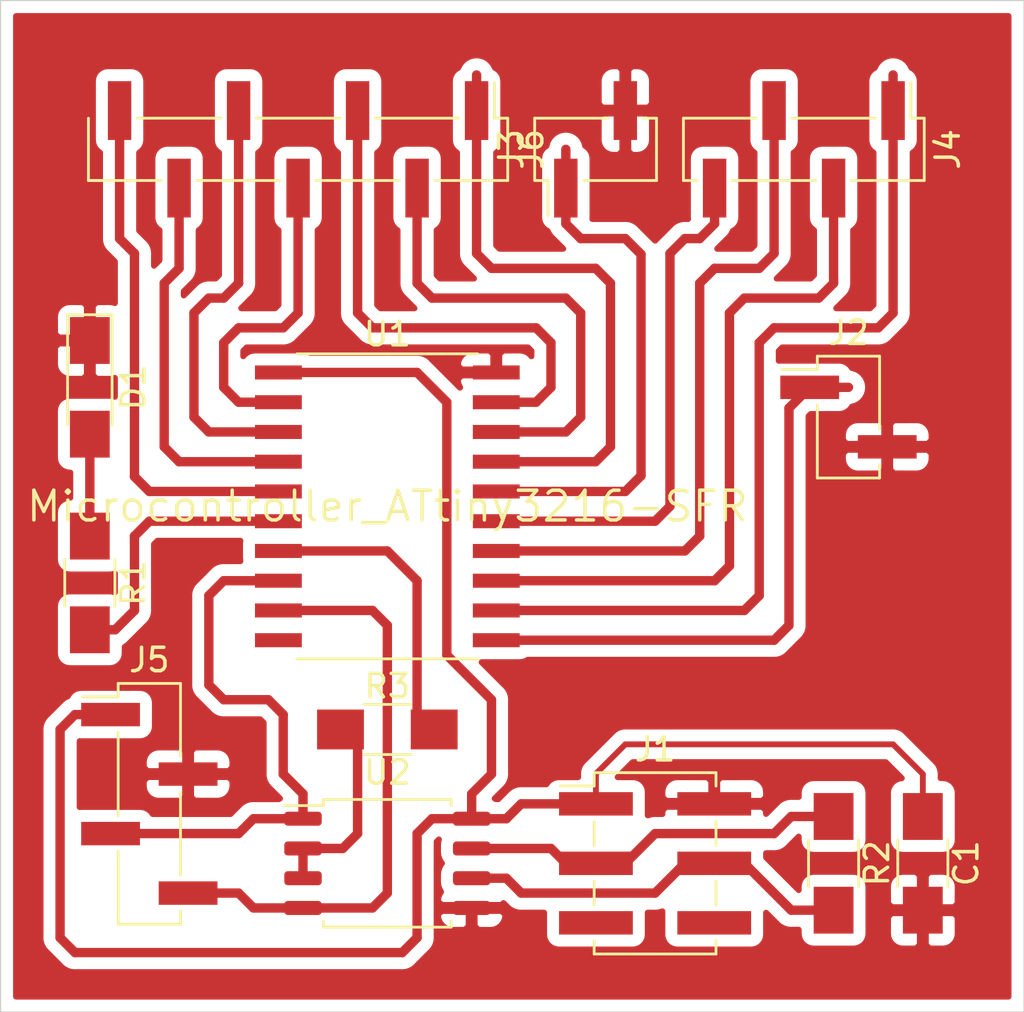
<source format=kicad_pcb>
(kicad_pcb (version 20171130) (host pcbnew 5.1.10-88a1d61d58~88~ubuntu20.04.1)

  (general
    (thickness 1.6)
    (drawings 4)
    (tracks 164)
    (zones 0)
    (modules 13)
    (nets 26)
  )

  (page A4)
  (layers
    (0 F.Cu signal)
    (31 B.Cu signal)
    (32 B.Adhes user)
    (33 F.Adhes user)
    (34 B.Paste user)
    (35 F.Paste user)
    (36 B.SilkS user)
    (37 F.SilkS user)
    (38 B.Mask user)
    (39 F.Mask user)
    (40 Dwgs.User user)
    (41 Cmts.User user)
    (42 Eco1.User user)
    (43 Eco2.User user)
    (44 Edge.Cuts user)
    (45 Margin user)
    (46 B.CrtYd user)
    (47 F.CrtYd user)
    (48 B.Fab user)
    (49 F.Fab user)
  )

  (setup
    (last_trace_width 0.4)
    (user_trace_width 0.4)
    (trace_clearance 0.2)
    (zone_clearance 0.508)
    (zone_45_only no)
    (trace_min 0.2)
    (via_size 0.8)
    (via_drill 0.4)
    (via_min_size 0.4)
    (via_min_drill 0.3)
    (uvia_size 0.3)
    (uvia_drill 0.1)
    (uvias_allowed no)
    (uvia_min_size 0.2)
    (uvia_min_drill 0.1)
    (edge_width 0.05)
    (segment_width 0.2)
    (pcb_text_width 0.3)
    (pcb_text_size 1.5 1.5)
    (mod_edge_width 0.12)
    (mod_text_size 1 1)
    (mod_text_width 0.15)
    (pad_size 1.524 1.524)
    (pad_drill 0.762)
    (pad_to_mask_clearance 0)
    (aux_axis_origin 50.8 91.44)
    (visible_elements FFFFFF7F)
    (pcbplotparams
      (layerselection 0x010fc_ffffffff)
      (usegerberextensions false)
      (usegerberattributes true)
      (usegerberadvancedattributes true)
      (creategerberjobfile true)
      (excludeedgelayer true)
      (linewidth 0.100000)
      (plotframeref false)
      (viasonmask false)
      (mode 1)
      (useauxorigin false)
      (hpglpennumber 1)
      (hpglpenspeed 20)
      (hpglpendiameter 15.000000)
      (psnegative false)
      (psa4output false)
      (plotreference true)
      (plotvalue true)
      (plotinvisibletext false)
      (padsonsilk false)
      (subtractmaskfromsilk false)
      (outputformat 1)
      (mirror false)
      (drillshape 1)
      (scaleselection 1)
      (outputdirectory ""))
  )

  (net 0 "")
  (net 1 GND)
  (net 2 VCC)
  (net 3 UPDI)
  (net 4 TX)
  (net 5 RX)
  (net 6 "Net-(J6-Pad6)")
  (net 7 "Net-(J6-Pad4)")
  (net 8 "Net-(J6-Pad5)")
  (net 9 "Net-(J6-Pad3)")
  (net 10 "Net-(D1-Pad2)")
  (net 11 DIR)
  (net 12 B)
  (net 13 A)
  (net 14 "Net-(J1-Pad6)")
  (net 15 "Net-(J1-Pad5)")
  (net 16 SEL)
  (net 17 "Net-(J2-Pad1)")
  (net 18 "Net-(J4-Pad4)")
  (net 19 "Net-(J4-Pad2)")
  (net 20 "Net-(J4-Pad3)")
  (net 21 "Net-(J4-Pad1)")
  (net 22 "Net-(J6-Pad2)")
  (net 23 "Net-(J6-Pad7)")
  (net 24 "Net-(J6-Pad1)")
  (net 25 "Net-(U1-Pad10)")

  (net_class Default "This is the default net class."
    (clearance 0.2)
    (trace_width 0.25)
    (via_dia 0.8)
    (via_drill 0.4)
    (uvia_dia 0.3)
    (uvia_drill 0.1)
    (add_net A)
    (add_net B)
    (add_net DIR)
    (add_net GND)
    (add_net "Net-(D1-Pad2)")
    (add_net "Net-(J1-Pad5)")
    (add_net "Net-(J1-Pad6)")
    (add_net "Net-(J2-Pad1)")
    (add_net "Net-(J4-Pad1)")
    (add_net "Net-(J4-Pad2)")
    (add_net "Net-(J4-Pad3)")
    (add_net "Net-(J4-Pad4)")
    (add_net "Net-(J6-Pad1)")
    (add_net "Net-(J6-Pad2)")
    (add_net "Net-(J6-Pad3)")
    (add_net "Net-(J6-Pad4)")
    (add_net "Net-(J6-Pad5)")
    (add_net "Net-(J6-Pad6)")
    (add_net "Net-(J6-Pad7)")
    (add_net "Net-(U1-Pad10)")
    (add_net RX)
    (add_net SEL)
    (add_net TX)
    (add_net UPDI)
    (add_net VCC)
  )

  (module Connector_PinHeader_2.54mm:PinHeader_1x02_P2.54mm_Vertical_SMD_Pin1Left (layer F.Cu) (tedit 59FED5CC) (tstamp 60AC5F9A)
    (at 86.995 66.04)
    (descr "surface-mounted straight pin header, 1x02, 2.54mm pitch, single row, style 1 (pin 1 left)")
    (tags "Surface mounted pin header SMD 1x02 2.54mm single row style1 pin1 left")
    (path /60B797C2)
    (attr smd)
    (fp_text reference J2 (at 0 -3.6) (layer F.SilkS)
      (effects (font (size 1 1) (thickness 0.15)))
    )
    (fp_text value Switch (at 0 3.6) (layer F.Fab)
      (effects (font (size 1 1) (thickness 0.15)))
    )
    (fp_line (start 3.45 -3.05) (end -3.45 -3.05) (layer F.CrtYd) (width 0.05))
    (fp_line (start 3.45 3.05) (end 3.45 -3.05) (layer F.CrtYd) (width 0.05))
    (fp_line (start -3.45 3.05) (end 3.45 3.05) (layer F.CrtYd) (width 0.05))
    (fp_line (start -3.45 -3.05) (end -3.45 3.05) (layer F.CrtYd) (width 0.05))
    (fp_line (start -1.33 -0.51) (end -1.33 2.6) (layer F.SilkS) (width 0.12))
    (fp_line (start 1.33 2.03) (end 1.33 2.6) (layer F.SilkS) (width 0.12))
    (fp_line (start -1.33 -2.6) (end -1.33 -2.03) (layer F.SilkS) (width 0.12))
    (fp_line (start -1.33 -2.03) (end -2.85 -2.03) (layer F.SilkS) (width 0.12))
    (fp_line (start 1.33 -2.6) (end 1.33 0.51) (layer F.SilkS) (width 0.12))
    (fp_line (start -1.33 2.6) (end 1.33 2.6) (layer F.SilkS) (width 0.12))
    (fp_line (start -1.33 -2.6) (end 1.33 -2.6) (layer F.SilkS) (width 0.12))
    (fp_line (start 2.54 1.59) (end 1.27 1.59) (layer F.Fab) (width 0.1))
    (fp_line (start 2.54 0.95) (end 2.54 1.59) (layer F.Fab) (width 0.1))
    (fp_line (start 1.27 0.95) (end 2.54 0.95) (layer F.Fab) (width 0.1))
    (fp_line (start -2.54 -0.95) (end -1.27 -0.95) (layer F.Fab) (width 0.1))
    (fp_line (start -2.54 -1.59) (end -2.54 -0.95) (layer F.Fab) (width 0.1))
    (fp_line (start -1.27 -1.59) (end -2.54 -1.59) (layer F.Fab) (width 0.1))
    (fp_line (start 1.27 -2.54) (end 1.27 2.54) (layer F.Fab) (width 0.1))
    (fp_line (start -1.27 -1.59) (end -0.32 -2.54) (layer F.Fab) (width 0.1))
    (fp_line (start -1.27 2.54) (end -1.27 -1.59) (layer F.Fab) (width 0.1))
    (fp_line (start -0.32 -2.54) (end 1.27 -2.54) (layer F.Fab) (width 0.1))
    (fp_line (start 1.27 2.54) (end -1.27 2.54) (layer F.Fab) (width 0.1))
    (fp_text user %R (at 0 0 90) (layer F.Fab)
      (effects (font (size 1 1) (thickness 0.15)))
    )
    (pad 2 smd rect (at 1.655 1.27) (size 2.51 1) (layers F.Cu F.Paste F.Mask)
      (net 1 GND))
    (pad 1 smd rect (at -1.655 -1.27) (size 2.51 1) (layers F.Cu F.Paste F.Mask)
      (net 17 "Net-(J2-Pad1)"))
    (model ${KISYS3DMOD}/Connector_PinHeader_2.54mm.3dshapes/PinHeader_1x02_P2.54mm_Vertical_SMD_Pin1Left.wrl
      (at (xyz 0 0 0))
      (scale (xyz 1 1 1))
      (rotate (xyz 0 0 0))
    )
  )

  (module Connector_PinHeader_2.54mm:PinHeader_1x02_P2.54mm_Vertical_SMD_Pin1Left (layer F.Cu) (tedit 59FED5CC) (tstamp 60AC8AD8)
    (at 76.2 54.61 90)
    (descr "surface-mounted straight pin header, 1x02, 2.54mm pitch, single row, style 1 (pin 1 left)")
    (tags "Surface mounted pin header SMD 1x02 2.54mm single row style1 pin1 left")
    (path /60AD7B24)
    (attr smd)
    (fp_text reference J3 (at 0 -3.6 90) (layer F.SilkS)
      (effects (font (size 1 1) (thickness 0.15)))
    )
    (fp_text value UPDI (at 0 3.6 90) (layer F.Fab)
      (effects (font (size 1 1) (thickness 0.15)))
    )
    (fp_line (start 1.27 2.54) (end -1.27 2.54) (layer F.Fab) (width 0.1))
    (fp_line (start -0.32 -2.54) (end 1.27 -2.54) (layer F.Fab) (width 0.1))
    (fp_line (start -1.27 2.54) (end -1.27 -1.59) (layer F.Fab) (width 0.1))
    (fp_line (start -1.27 -1.59) (end -0.32 -2.54) (layer F.Fab) (width 0.1))
    (fp_line (start 1.27 -2.54) (end 1.27 2.54) (layer F.Fab) (width 0.1))
    (fp_line (start -1.27 -1.59) (end -2.54 -1.59) (layer F.Fab) (width 0.1))
    (fp_line (start -2.54 -1.59) (end -2.54 -0.95) (layer F.Fab) (width 0.1))
    (fp_line (start -2.54 -0.95) (end -1.27 -0.95) (layer F.Fab) (width 0.1))
    (fp_line (start 1.27 0.95) (end 2.54 0.95) (layer F.Fab) (width 0.1))
    (fp_line (start 2.54 0.95) (end 2.54 1.59) (layer F.Fab) (width 0.1))
    (fp_line (start 2.54 1.59) (end 1.27 1.59) (layer F.Fab) (width 0.1))
    (fp_line (start -1.33 -2.6) (end 1.33 -2.6) (layer F.SilkS) (width 0.12))
    (fp_line (start -1.33 2.6) (end 1.33 2.6) (layer F.SilkS) (width 0.12))
    (fp_line (start 1.33 -2.6) (end 1.33 0.51) (layer F.SilkS) (width 0.12))
    (fp_line (start -1.33 -2.03) (end -2.85 -2.03) (layer F.SilkS) (width 0.12))
    (fp_line (start -1.33 -2.6) (end -1.33 -2.03) (layer F.SilkS) (width 0.12))
    (fp_line (start 1.33 2.03) (end 1.33 2.6) (layer F.SilkS) (width 0.12))
    (fp_line (start -1.33 -0.51) (end -1.33 2.6) (layer F.SilkS) (width 0.12))
    (fp_line (start -3.45 -3.05) (end -3.45 3.05) (layer F.CrtYd) (width 0.05))
    (fp_line (start -3.45 3.05) (end 3.45 3.05) (layer F.CrtYd) (width 0.05))
    (fp_line (start 3.45 3.05) (end 3.45 -3.05) (layer F.CrtYd) (width 0.05))
    (fp_line (start 3.45 -3.05) (end -3.45 -3.05) (layer F.CrtYd) (width 0.05))
    (fp_text user %R (at 0 0) (layer F.Fab)
      (effects (font (size 1 1) (thickness 0.15)))
    )
    (pad 2 smd rect (at 1.655 1.27 90) (size 2.51 1) (layers F.Cu F.Paste F.Mask)
      (net 1 GND))
    (pad 1 smd rect (at -1.655 -1.27 90) (size 2.51 1) (layers F.Cu F.Paste F.Mask)
      (net 3 UPDI))
    (model ${KISYS3DMOD}/Connector_PinHeader_2.54mm.3dshapes/PinHeader_1x02_P2.54mm_Vertical_SMD_Pin1Left.wrl
      (at (xyz 0 0 0))
      (scale (xyz 1 1 1))
      (rotate (xyz 0 0 0))
    )
  )

  (module Connector_PinHeader_2.54mm:PinHeader_1x07_P2.54mm_Vertical_SMD_Pin1Left (layer F.Cu) (tedit 59FED5CC) (tstamp 60AC7AA4)
    (at 63.5 54.61 270)
    (descr "surface-mounted straight pin header, 1x07, 2.54mm pitch, single row, style 1 (pin 1 left)")
    (tags "Surface mounted pin header SMD 1x07 2.54mm single row style1 pin1 left")
    (path /60B71BFD)
    (attr smd)
    (fp_text reference J6 (at 0 -9.95 90) (layer F.SilkS)
      (effects (font (size 1 1) (thickness 0.15)))
    )
    (fp_text value BCD-LED (at 0 9.95 90) (layer F.Fab)
      (effects (font (size 1 1) (thickness 0.15)))
    )
    (fp_line (start 3.45 -9.4) (end -3.45 -9.4) (layer F.CrtYd) (width 0.05))
    (fp_line (start 3.45 9.4) (end 3.45 -9.4) (layer F.CrtYd) (width 0.05))
    (fp_line (start -3.45 9.4) (end 3.45 9.4) (layer F.CrtYd) (width 0.05))
    (fp_line (start -3.45 -9.4) (end -3.45 9.4) (layer F.CrtYd) (width 0.05))
    (fp_line (start -1.33 3.3) (end -1.33 6.86) (layer F.SilkS) (width 0.12))
    (fp_line (start -1.33 -1.78) (end -1.33 1.78) (layer F.SilkS) (width 0.12))
    (fp_line (start -1.33 -6.86) (end -1.33 -3.3) (layer F.SilkS) (width 0.12))
    (fp_line (start 1.33 5.84) (end 1.33 8.95) (layer F.SilkS) (width 0.12))
    (fp_line (start 1.33 0.76) (end 1.33 4.32) (layer F.SilkS) (width 0.12))
    (fp_line (start 1.33 -4.32) (end 1.33 -0.76) (layer F.SilkS) (width 0.12))
    (fp_line (start 1.33 8.38) (end 1.33 8.95) (layer F.SilkS) (width 0.12))
    (fp_line (start -1.33 -8.95) (end -1.33 -8.38) (layer F.SilkS) (width 0.12))
    (fp_line (start -1.33 -8.38) (end -2.85 -8.38) (layer F.SilkS) (width 0.12))
    (fp_line (start 1.33 -8.95) (end 1.33 -5.84) (layer F.SilkS) (width 0.12))
    (fp_line (start -1.33 8.95) (end 1.33 8.95) (layer F.SilkS) (width 0.12))
    (fp_line (start -1.33 -8.95) (end 1.33 -8.95) (layer F.SilkS) (width 0.12))
    (fp_line (start 2.54 5.4) (end 1.27 5.4) (layer F.Fab) (width 0.1))
    (fp_line (start 2.54 4.76) (end 2.54 5.4) (layer F.Fab) (width 0.1))
    (fp_line (start 1.27 4.76) (end 2.54 4.76) (layer F.Fab) (width 0.1))
    (fp_line (start 2.54 0.32) (end 1.27 0.32) (layer F.Fab) (width 0.1))
    (fp_line (start 2.54 -0.32) (end 2.54 0.32) (layer F.Fab) (width 0.1))
    (fp_line (start 1.27 -0.32) (end 2.54 -0.32) (layer F.Fab) (width 0.1))
    (fp_line (start 2.54 -4.76) (end 1.27 -4.76) (layer F.Fab) (width 0.1))
    (fp_line (start 2.54 -5.4) (end 2.54 -4.76) (layer F.Fab) (width 0.1))
    (fp_line (start 1.27 -5.4) (end 2.54 -5.4) (layer F.Fab) (width 0.1))
    (fp_line (start -2.54 7.94) (end -1.27 7.94) (layer F.Fab) (width 0.1))
    (fp_line (start -2.54 7.3) (end -2.54 7.94) (layer F.Fab) (width 0.1))
    (fp_line (start -1.27 7.3) (end -2.54 7.3) (layer F.Fab) (width 0.1))
    (fp_line (start -2.54 2.86) (end -1.27 2.86) (layer F.Fab) (width 0.1))
    (fp_line (start -2.54 2.22) (end -2.54 2.86) (layer F.Fab) (width 0.1))
    (fp_line (start -1.27 2.22) (end -2.54 2.22) (layer F.Fab) (width 0.1))
    (fp_line (start -2.54 -2.22) (end -1.27 -2.22) (layer F.Fab) (width 0.1))
    (fp_line (start -2.54 -2.86) (end -2.54 -2.22) (layer F.Fab) (width 0.1))
    (fp_line (start -1.27 -2.86) (end -2.54 -2.86) (layer F.Fab) (width 0.1))
    (fp_line (start -2.54 -7.3) (end -1.27 -7.3) (layer F.Fab) (width 0.1))
    (fp_line (start -2.54 -7.94) (end -2.54 -7.3) (layer F.Fab) (width 0.1))
    (fp_line (start -1.27 -7.94) (end -2.54 -7.94) (layer F.Fab) (width 0.1))
    (fp_line (start 1.27 -8.89) (end 1.27 8.89) (layer F.Fab) (width 0.1))
    (fp_line (start -1.27 -7.94) (end -0.32 -8.89) (layer F.Fab) (width 0.1))
    (fp_line (start -1.27 8.89) (end -1.27 -7.94) (layer F.Fab) (width 0.1))
    (fp_line (start -0.32 -8.89) (end 1.27 -8.89) (layer F.Fab) (width 0.1))
    (fp_line (start 1.27 8.89) (end -1.27 8.89) (layer F.Fab) (width 0.1))
    (fp_text user %R (at 0 0) (layer F.Fab)
      (effects (font (size 1 1) (thickness 0.15)))
    )
    (pad 6 smd rect (at 1.655 5.08 270) (size 2.51 1) (layers F.Cu F.Paste F.Mask)
      (net 6 "Net-(J6-Pad6)"))
    (pad 4 smd rect (at 1.655 0 270) (size 2.51 1) (layers F.Cu F.Paste F.Mask)
      (net 7 "Net-(J6-Pad4)"))
    (pad 2 smd rect (at 1.655 -5.08 270) (size 2.51 1) (layers F.Cu F.Paste F.Mask)
      (net 22 "Net-(J6-Pad2)"))
    (pad 7 smd rect (at -1.655 7.62 270) (size 2.51 1) (layers F.Cu F.Paste F.Mask)
      (net 23 "Net-(J6-Pad7)"))
    (pad 5 smd rect (at -1.655 2.54 270) (size 2.51 1) (layers F.Cu F.Paste F.Mask)
      (net 8 "Net-(J6-Pad5)"))
    (pad 3 smd rect (at -1.655 -2.54 270) (size 2.51 1) (layers F.Cu F.Paste F.Mask)
      (net 9 "Net-(J6-Pad3)"))
    (pad 1 smd rect (at -1.655 -7.62 270) (size 2.51 1) (layers F.Cu F.Paste F.Mask)
      (net 24 "Net-(J6-Pad1)"))
    (model ${KISYS3DMOD}/Connector_PinHeader_2.54mm.3dshapes/PinHeader_1x07_P2.54mm_Vertical_SMD_Pin1Left.wrl
      (at (xyz 0 0 0))
      (scale (xyz 1 1 1))
      (rotate (xyz 0 0 0))
    )
  )

  (module Connector_PinHeader_2.54mm:PinHeader_1x04_P2.54mm_Vertical_SMD_Pin1Left (layer F.Cu) (tedit 59FED5CC) (tstamp 60AC5FF9)
    (at 85.09 54.61 270)
    (descr "surface-mounted straight pin header, 1x04, 2.54mm pitch, single row, style 1 (pin 1 left)")
    (tags "Surface mounted pin header SMD 1x04 2.54mm single row style1 pin1 left")
    (path /60B1B625)
    (attr smd)
    (fp_text reference J4 (at 0 -6.14 90) (layer F.SilkS)
      (effects (font (size 1 1) (thickness 0.15)))
    )
    (fp_text value Channel (at 0 6.14 90) (layer F.Fab)
      (effects (font (size 1 1) (thickness 0.15)))
    )
    (fp_line (start 3.45 -5.6) (end -3.45 -5.6) (layer F.CrtYd) (width 0.05))
    (fp_line (start 3.45 5.6) (end 3.45 -5.6) (layer F.CrtYd) (width 0.05))
    (fp_line (start -3.45 5.6) (end 3.45 5.6) (layer F.CrtYd) (width 0.05))
    (fp_line (start -3.45 -5.6) (end -3.45 5.6) (layer F.CrtYd) (width 0.05))
    (fp_line (start -1.33 2.03) (end -1.33 5.14) (layer F.SilkS) (width 0.12))
    (fp_line (start -1.33 -3.05) (end -1.33 0.51) (layer F.SilkS) (width 0.12))
    (fp_line (start 1.33 -0.51) (end 1.33 3.05) (layer F.SilkS) (width 0.12))
    (fp_line (start 1.33 4.57) (end 1.33 5.14) (layer F.SilkS) (width 0.12))
    (fp_line (start -1.33 -5.14) (end -1.33 -4.57) (layer F.SilkS) (width 0.12))
    (fp_line (start -1.33 -4.57) (end -2.85 -4.57) (layer F.SilkS) (width 0.12))
    (fp_line (start 1.33 -5.14) (end 1.33 -2.03) (layer F.SilkS) (width 0.12))
    (fp_line (start -1.33 5.14) (end 1.33 5.14) (layer F.SilkS) (width 0.12))
    (fp_line (start -1.33 -5.14) (end 1.33 -5.14) (layer F.SilkS) (width 0.12))
    (fp_line (start 2.54 4.13) (end 1.27 4.13) (layer F.Fab) (width 0.1))
    (fp_line (start 2.54 3.49) (end 2.54 4.13) (layer F.Fab) (width 0.1))
    (fp_line (start 1.27 3.49) (end 2.54 3.49) (layer F.Fab) (width 0.1))
    (fp_line (start 2.54 -0.95) (end 1.27 -0.95) (layer F.Fab) (width 0.1))
    (fp_line (start 2.54 -1.59) (end 2.54 -0.95) (layer F.Fab) (width 0.1))
    (fp_line (start 1.27 -1.59) (end 2.54 -1.59) (layer F.Fab) (width 0.1))
    (fp_line (start -2.54 1.59) (end -1.27 1.59) (layer F.Fab) (width 0.1))
    (fp_line (start -2.54 0.95) (end -2.54 1.59) (layer F.Fab) (width 0.1))
    (fp_line (start -1.27 0.95) (end -2.54 0.95) (layer F.Fab) (width 0.1))
    (fp_line (start -2.54 -3.49) (end -1.27 -3.49) (layer F.Fab) (width 0.1))
    (fp_line (start -2.54 -4.13) (end -2.54 -3.49) (layer F.Fab) (width 0.1))
    (fp_line (start -1.27 -4.13) (end -2.54 -4.13) (layer F.Fab) (width 0.1))
    (fp_line (start 1.27 -5.08) (end 1.27 5.08) (layer F.Fab) (width 0.1))
    (fp_line (start -1.27 -4.13) (end -0.32 -5.08) (layer F.Fab) (width 0.1))
    (fp_line (start -1.27 5.08) (end -1.27 -4.13) (layer F.Fab) (width 0.1))
    (fp_line (start -0.32 -5.08) (end 1.27 -5.08) (layer F.Fab) (width 0.1))
    (fp_line (start 1.27 5.08) (end -1.27 5.08) (layer F.Fab) (width 0.1))
    (fp_text user %R (at 0 0) (layer F.Fab)
      (effects (font (size 1 1) (thickness 0.15)))
    )
    (pad 4 smd rect (at 1.655 3.81 270) (size 2.51 1) (layers F.Cu F.Paste F.Mask)
      (net 18 "Net-(J4-Pad4)"))
    (pad 2 smd rect (at 1.655 -1.27 270) (size 2.51 1) (layers F.Cu F.Paste F.Mask)
      (net 19 "Net-(J4-Pad2)"))
    (pad 3 smd rect (at -1.655 1.27 270) (size 2.51 1) (layers F.Cu F.Paste F.Mask)
      (net 20 "Net-(J4-Pad3)"))
    (pad 1 smd rect (at -1.655 -3.81 270) (size 2.51 1) (layers F.Cu F.Paste F.Mask)
      (net 21 "Net-(J4-Pad1)"))
    (model ${KISYS3DMOD}/Connector_PinHeader_2.54mm.3dshapes/PinHeader_1x04_P2.54mm_Vertical_SMD_Pin1Left.wrl
      (at (xyz 0 0 0))
      (scale (xyz 1 1 1))
      (rotate (xyz 0 0 0))
    )
  )

  (module Connector_PinHeader_2.54mm:PinHeader_2x03_P2.54mm_Vertical_SMD (layer F.Cu) (tedit 59FED5CC) (tstamp 60AC39F7)
    (at 78.74 85.09)
    (descr "surface-mounted straight pin header, 2x03, 2.54mm pitch, double rows")
    (tags "Surface mounted pin header SMD 2x03 2.54mm double row")
    (path /60ADCA83)
    (attr smd)
    (fp_text reference J1 (at 0 -4.87) (layer F.SilkS)
      (effects (font (size 1 1) (thickness 0.15)))
    )
    (fp_text value RS485 (at 0 4.87) (layer F.Fab)
      (effects (font (size 1 1) (thickness 0.15)))
    )
    (fp_line (start 5.9 -4.35) (end -5.9 -4.35) (layer F.CrtYd) (width 0.05))
    (fp_line (start 5.9 4.35) (end 5.9 -4.35) (layer F.CrtYd) (width 0.05))
    (fp_line (start -5.9 4.35) (end 5.9 4.35) (layer F.CrtYd) (width 0.05))
    (fp_line (start -5.9 -4.35) (end -5.9 4.35) (layer F.CrtYd) (width 0.05))
    (fp_line (start 2.6 0.76) (end 2.6 1.78) (layer F.SilkS) (width 0.12))
    (fp_line (start -2.6 0.76) (end -2.6 1.78) (layer F.SilkS) (width 0.12))
    (fp_line (start 2.6 -1.78) (end 2.6 -0.76) (layer F.SilkS) (width 0.12))
    (fp_line (start -2.6 -1.78) (end -2.6 -0.76) (layer F.SilkS) (width 0.12))
    (fp_line (start 2.6 3.3) (end 2.6 3.87) (layer F.SilkS) (width 0.12))
    (fp_line (start -2.6 3.3) (end -2.6 3.87) (layer F.SilkS) (width 0.12))
    (fp_line (start 2.6 -3.87) (end 2.6 -3.3) (layer F.SilkS) (width 0.12))
    (fp_line (start -2.6 -3.87) (end -2.6 -3.3) (layer F.SilkS) (width 0.12))
    (fp_line (start -4.04 -3.3) (end -2.6 -3.3) (layer F.SilkS) (width 0.12))
    (fp_line (start -2.6 3.87) (end 2.6 3.87) (layer F.SilkS) (width 0.12))
    (fp_line (start -2.6 -3.87) (end 2.6 -3.87) (layer F.SilkS) (width 0.12))
    (fp_line (start 3.6 2.86) (end 2.54 2.86) (layer F.Fab) (width 0.1))
    (fp_line (start 3.6 2.22) (end 3.6 2.86) (layer F.Fab) (width 0.1))
    (fp_line (start 2.54 2.22) (end 3.6 2.22) (layer F.Fab) (width 0.1))
    (fp_line (start -3.6 2.86) (end -2.54 2.86) (layer F.Fab) (width 0.1))
    (fp_line (start -3.6 2.22) (end -3.6 2.86) (layer F.Fab) (width 0.1))
    (fp_line (start -2.54 2.22) (end -3.6 2.22) (layer F.Fab) (width 0.1))
    (fp_line (start 3.6 0.32) (end 2.54 0.32) (layer F.Fab) (width 0.1))
    (fp_line (start 3.6 -0.32) (end 3.6 0.32) (layer F.Fab) (width 0.1))
    (fp_line (start 2.54 -0.32) (end 3.6 -0.32) (layer F.Fab) (width 0.1))
    (fp_line (start -3.6 0.32) (end -2.54 0.32) (layer F.Fab) (width 0.1))
    (fp_line (start -3.6 -0.32) (end -3.6 0.32) (layer F.Fab) (width 0.1))
    (fp_line (start -2.54 -0.32) (end -3.6 -0.32) (layer F.Fab) (width 0.1))
    (fp_line (start 3.6 -2.22) (end 2.54 -2.22) (layer F.Fab) (width 0.1))
    (fp_line (start 3.6 -2.86) (end 3.6 -2.22) (layer F.Fab) (width 0.1))
    (fp_line (start 2.54 -2.86) (end 3.6 -2.86) (layer F.Fab) (width 0.1))
    (fp_line (start -3.6 -2.22) (end -2.54 -2.22) (layer F.Fab) (width 0.1))
    (fp_line (start -3.6 -2.86) (end -3.6 -2.22) (layer F.Fab) (width 0.1))
    (fp_line (start -2.54 -2.86) (end -3.6 -2.86) (layer F.Fab) (width 0.1))
    (fp_line (start 2.54 -3.81) (end 2.54 3.81) (layer F.Fab) (width 0.1))
    (fp_line (start -2.54 -2.86) (end -1.59 -3.81) (layer F.Fab) (width 0.1))
    (fp_line (start -2.54 3.81) (end -2.54 -2.86) (layer F.Fab) (width 0.1))
    (fp_line (start -1.59 -3.81) (end 2.54 -3.81) (layer F.Fab) (width 0.1))
    (fp_line (start 2.54 3.81) (end -2.54 3.81) (layer F.Fab) (width 0.1))
    (fp_text user %R (at 0 0 90) (layer F.Fab)
      (effects (font (size 1 1) (thickness 0.15)))
    )
    (pad 6 smd rect (at 2.525 2.54) (size 3.15 1) (layers F.Cu F.Paste F.Mask)
      (net 14 "Net-(J1-Pad6)"))
    (pad 5 smd rect (at -2.525 2.54) (size 3.15 1) (layers F.Cu F.Paste F.Mask)
      (net 15 "Net-(J1-Pad5)"))
    (pad 4 smd rect (at 2.525 0) (size 3.15 1) (layers F.Cu F.Paste F.Mask)
      (net 12 B))
    (pad 3 smd rect (at -2.525 0) (size 3.15 1) (layers F.Cu F.Paste F.Mask)
      (net 13 A))
    (pad 2 smd rect (at 2.525 -2.54) (size 3.15 1) (layers F.Cu F.Paste F.Mask)
      (net 1 GND))
    (pad 1 smd rect (at -2.525 -2.54) (size 3.15 1) (layers F.Cu F.Paste F.Mask)
      (net 2 VCC))
    (model ${KISYS3DMOD}/Connector_PinHeader_2.54mm.3dshapes/PinHeader_2x03_P2.54mm_Vertical_SMD.wrl
      (at (xyz 0 0 0))
      (scale (xyz 1 1 1))
      (rotate (xyz 0 0 0))
    )
  )

  (module FabAcademy:R_1206 (layer F.Cu) (tedit 60020482) (tstamp 60AC60C0)
    (at 67.31 79.375)
    (descr "Resistor SMD 1206, hand soldering")
    (tags "resistor 1206")
    (path /60BA5B07)
    (attr smd)
    (fp_text reference R3 (at 0 -1.85) (layer F.SilkS)
      (effects (font (size 1 1) (thickness 0.15)))
    )
    (fp_text value 0 (at 0 1.9) (layer F.Fab)
      (effects (font (size 1 1) (thickness 0.15)))
    )
    (fp_line (start 3.25 1.1) (end -3.25 1.1) (layer F.CrtYd) (width 0.05))
    (fp_line (start 3.25 1.1) (end 3.25 -1.11) (layer F.CrtYd) (width 0.05))
    (fp_line (start -3.25 -1.11) (end -3.25 1.1) (layer F.CrtYd) (width 0.05))
    (fp_line (start -3.25 -1.11) (end 3.25 -1.11) (layer F.CrtYd) (width 0.05))
    (fp_line (start -1 -1.07) (end 1 -1.07) (layer F.SilkS) (width 0.12))
    (fp_line (start 1 1.07) (end -1 1.07) (layer F.SilkS) (width 0.12))
    (fp_line (start -1.6 -0.8) (end 1.6 -0.8) (layer F.Fab) (width 0.1))
    (fp_line (start 1.6 -0.8) (end 1.6 0.8) (layer F.Fab) (width 0.1))
    (fp_line (start 1.6 0.8) (end -1.6 0.8) (layer F.Fab) (width 0.1))
    (fp_line (start -1.6 0.8) (end -1.6 -0.8) (layer F.Fab) (width 0.1))
    (fp_text user %R (at 0 0) (layer F.Fab)
      (effects (font (size 0.7 0.7) (thickness 0.105)))
    )
    (pad 1 smd rect (at -2 0) (size 2 1.7) (layers F.Cu F.Paste F.Mask)
      (net 11 DIR))
    (pad 2 smd rect (at 2 0) (size 2 1.7) (layers F.Cu F.Paste F.Mask)
      (net 11 DIR))
    (model ${FAB}/fab.3dshapes/R_1206.step
      (at (xyz 0 0 0))
      (scale (xyz 1 1 1))
      (rotate (xyz 0 0 0))
    )
  )

  (module FabAcademy:C_1206 (layer F.Cu) (tedit 6002C54C) (tstamp 60AC6BCB)
    (at 90.17 85.09 270)
    (descr "Capacitor SMD 1206, hand soldering")
    (tags "capacitor 1206")
    (path /60BBDFE3)
    (attr smd)
    (fp_text reference C1 (at 0 -1.85 90) (layer F.SilkS)
      (effects (font (size 1 1) (thickness 0.15)))
    )
    (fp_text value 1uF (at 0 1.9 90) (layer F.Fab)
      (effects (font (size 1 1) (thickness 0.15)))
    )
    (fp_line (start -1.6 0.8) (end -1.6 -0.8) (layer F.Fab) (width 0.1))
    (fp_line (start 1.6 0.8) (end -1.6 0.8) (layer F.Fab) (width 0.1))
    (fp_line (start 1.6 -0.8) (end 1.6 0.8) (layer F.Fab) (width 0.1))
    (fp_line (start -1.6 -0.8) (end 1.6 -0.8) (layer F.Fab) (width 0.1))
    (fp_line (start 1 1.07) (end -1 1.07) (layer F.SilkS) (width 0.12))
    (fp_line (start -1 -1.07) (end 1 -1.07) (layer F.SilkS) (width 0.12))
    (fp_line (start -3.25 -1.11) (end 3.25 -1.11) (layer F.CrtYd) (width 0.05))
    (fp_line (start -3.25 -1.11) (end -3.25 1.1) (layer F.CrtYd) (width 0.05))
    (fp_line (start 3.25 1.1) (end 3.25 -1.11) (layer F.CrtYd) (width 0.05))
    (fp_line (start 3.25 1.1) (end -3.25 1.1) (layer F.CrtYd) (width 0.05))
    (fp_text user %R (at 0 0 90) (layer F.Fab)
      (effects (font (size 0.7 0.7) (thickness 0.105)))
    )
    (pad 1 smd rect (at -2 0 270) (size 2 1.7) (layers F.Cu F.Paste F.Mask)
      (net 2 VCC))
    (pad 2 smd rect (at 2 0 270) (size 2 1.7) (layers F.Cu F.Paste F.Mask)
      (net 1 GND))
    (model ${FAB}/fab.3dshapes/C_1206.step
      (at (xyz 0 0 0))
      (scale (xyz 1 1 1))
      (rotate (xyz 0 0 0))
    )
  )

  (module FabAcademy:SOIC-20_7.5x12.8mm_P1.27mm (layer F.Cu) (tedit 600301A3) (tstamp 60AC7027)
    (at 67.31 69.85)
    (descr "SOIC, 20 Pin, fab version")
    (tags "SOIC fab")
    (path /60A971BB)
    (attr smd)
    (fp_text reference U1 (at 0 -7.35) (layer F.SilkS)
      (effects (font (size 1 1) (thickness 0.15)))
    )
    (fp_text value Microcontroller_ATtiny3216-SFR (at 0 0) (layer F.SilkS)
      (effects (font (size 1.27 1.27) (thickness 0.15)))
    )
    (fp_line (start -3.75 -5.4) (end -2.75 -6.4) (layer F.Fab) (width 0.1))
    (fp_line (start -3.75 6.4) (end -3.75 -5.4) (layer F.Fab) (width 0.1))
    (fp_line (start 3.75 6.4) (end -3.75 6.4) (layer F.Fab) (width 0.1))
    (fp_line (start 3.75 -6.4) (end 3.75 6.4) (layer F.Fab) (width 0.1))
    (fp_line (start -2.75 -6.4) (end 3.75 -6.4) (layer F.Fab) (width 0.1))
    (fp_line (start 0 -6.51) (end -3.86 -6.51) (layer F.SilkS) (width 0.12))
    (fp_line (start 0 -6.51) (end 3.86 -6.51) (layer F.SilkS) (width 0.12))
    (fp_line (start 0 6.51) (end -3.86 6.51) (layer F.SilkS) (width 0.12))
    (fp_line (start 0 6.51) (end 3.86 6.51) (layer F.SilkS) (width 0.12))
    (fp_line (start -5.95 -6.75) (end 6 -6.75) (layer B.CrtYd) (width 0.05))
    (fp_line (start 6 -6.75) (end 6 6.75) (layer B.CrtYd) (width 0.05))
    (fp_line (start 6 6.75) (end -5.95 6.75) (layer B.CrtYd) (width 0.05))
    (fp_line (start -5.95 6.75) (end -5.95 -6.75) (layer B.CrtYd) (width 0.05))
    (fp_text user %R (at 0 0) (layer B.CrtYd)
      (effects (font (size 1 1) (thickness 0.15)))
    )
    (pad 20 smd rect (at 4.65 -5.715) (size 2 0.6) (layers F.Cu F.Paste F.Mask)
      (net 1 GND))
    (pad 19 smd rect (at 4.65 -4.445) (size 2 0.6) (layers F.Cu F.Paste F.Mask)
      (net 9 "Net-(J6-Pad3)"))
    (pad 18 smd rect (at 4.65 -3.175) (size 2 0.6) (layers F.Cu F.Paste F.Mask)
      (net 22 "Net-(J6-Pad2)"))
    (pad 17 smd rect (at 4.65 -1.905) (size 2 0.6) (layers F.Cu F.Paste F.Mask)
      (net 24 "Net-(J6-Pad1)"))
    (pad 16 smd rect (at 4.65 -0.635) (size 2 0.6) (layers F.Cu F.Paste F.Mask)
      (net 3 UPDI))
    (pad 15 smd rect (at 4.65 0.635) (size 2 0.6) (layers F.Cu F.Paste F.Mask)
      (net 18 "Net-(J4-Pad4)"))
    (pad 14 smd rect (at 4.65 1.905) (size 2 0.6) (layers F.Cu F.Paste F.Mask)
      (net 20 "Net-(J4-Pad3)"))
    (pad 13 smd rect (at 4.65 3.175) (size 2 0.6) (layers F.Cu F.Paste F.Mask)
      (net 19 "Net-(J4-Pad2)"))
    (pad 12 smd rect (at 4.65 4.445) (size 2 0.6) (layers F.Cu F.Paste F.Mask)
      (net 21 "Net-(J4-Pad1)"))
    (pad 11 smd rect (at 4.65 5.715) (size 2 0.6) (layers F.Cu F.Paste F.Mask)
      (net 17 "Net-(J2-Pad1)"))
    (pad 10 smd rect (at -4.65 5.715) (size 2 0.6) (layers F.Cu F.Paste F.Mask)
      (net 25 "Net-(U1-Pad10)"))
    (pad 9 smd rect (at -4.65 4.445) (size 2 0.6) (layers F.Cu F.Paste F.Mask)
      (net 4 TX))
    (pad 8 smd rect (at -4.65 3.175) (size 2 0.6) (layers F.Cu F.Paste F.Mask)
      (net 5 RX))
    (pad 7 smd rect (at -4.65 1.905) (size 2 0.6) (layers F.Cu F.Paste F.Mask)
      (net 11 DIR))
    (pad 6 smd rect (at -4.65 0.635) (size 2 0.6) (layers F.Cu F.Paste F.Mask)
      (net 16 SEL))
    (pad 5 smd rect (at -4.65 -0.635) (size 2 0.6) (layers F.Cu F.Paste F.Mask)
      (net 23 "Net-(J6-Pad7)"))
    (pad 4 smd rect (at -4.65 -1.905) (size 2 0.6) (layers F.Cu F.Paste F.Mask)
      (net 6 "Net-(J6-Pad6)"))
    (pad 3 smd rect (at -4.65 -3.175) (size 2 0.6) (layers F.Cu F.Paste F.Mask)
      (net 8 "Net-(J6-Pad5)"))
    (pad 2 smd rect (at -4.65 -4.445) (size 2 0.6) (layers F.Cu F.Paste F.Mask)
      (net 7 "Net-(J6-Pad4)"))
    (pad 1 smd rect (at -4.65 -5.715) (size 2 0.6) (layers F.Cu F.Paste F.Mask)
      (net 2 VCC))
    (model ${FAB}/fab.3dshapes/SOIC-20_7.5x12.8mm_P1.27mm.step
      (at (xyz 0 0 0))
      (scale (xyz 1 1 1))
      (rotate (xyz 0 0 0))
    )
  )

  (module FabAcademy:R_1206 (layer F.Cu) (tedit 60020482) (tstamp 60AC6C97)
    (at 86.36 85.09 270)
    (descr "Resistor SMD 1206, hand soldering")
    (tags "resistor 1206")
    (path /60B8E29B)
    (attr smd)
    (fp_text reference R2 (at 0 -1.85 90) (layer F.SilkS)
      (effects (font (size 1 1) (thickness 0.15)))
    )
    (fp_text value 120 (at 0 1.9 90) (layer F.Fab)
      (effects (font (size 1 1) (thickness 0.15)))
    )
    (fp_line (start -1.6 0.8) (end -1.6 -0.8) (layer F.Fab) (width 0.1))
    (fp_line (start 1.6 0.8) (end -1.6 0.8) (layer F.Fab) (width 0.1))
    (fp_line (start 1.6 -0.8) (end 1.6 0.8) (layer F.Fab) (width 0.1))
    (fp_line (start -1.6 -0.8) (end 1.6 -0.8) (layer F.Fab) (width 0.1))
    (fp_line (start 1 1.07) (end -1 1.07) (layer F.SilkS) (width 0.12))
    (fp_line (start -1 -1.07) (end 1 -1.07) (layer F.SilkS) (width 0.12))
    (fp_line (start -3.25 -1.11) (end 3.25 -1.11) (layer F.CrtYd) (width 0.05))
    (fp_line (start -3.25 -1.11) (end -3.25 1.1) (layer F.CrtYd) (width 0.05))
    (fp_line (start 3.25 1.1) (end 3.25 -1.11) (layer F.CrtYd) (width 0.05))
    (fp_line (start 3.25 1.1) (end -3.25 1.1) (layer F.CrtYd) (width 0.05))
    (fp_text user %R (at 0 0 90) (layer F.Fab)
      (effects (font (size 0.7 0.7) (thickness 0.105)))
    )
    (pad 1 smd rect (at -2 0 270) (size 2 1.7) (layers F.Cu F.Paste F.Mask)
      (net 13 A))
    (pad 2 smd rect (at 2 0 270) (size 2 1.7) (layers F.Cu F.Paste F.Mask)
      (net 12 B))
    (model ${FAB}/fab.3dshapes/R_1206.step
      (at (xyz 0 0 0))
      (scale (xyz 1 1 1))
      (rotate (xyz 0 0 0))
    )
  )

  (module Package_SO:SOIC-8_5.23x5.23mm_P1.27mm (layer F.Cu) (tedit 5D9F72B1) (tstamp 60AC6F60)
    (at 67.31 85.09)
    (descr "SOIC, 8 Pin (http://www.winbond.com/resource-files/w25q32jv%20revg%2003272018%20plus.pdf#page=68), generated with kicad-footprint-generator ipc_gullwing_generator.py")
    (tags "SOIC SO")
    (path /60ABB043)
    (attr smd)
    (fp_text reference U2 (at 0 -3.88) (layer F.SilkS)
      (effects (font (size 1 1) (thickness 0.15)))
    )
    (fp_text value MAX485E (at 0 3.81) (layer F.Fab)
      (effects (font (size 1 1) (thickness 0.15)))
    )
    (fp_line (start 0 2.725) (end 2.725 2.725) (layer F.SilkS) (width 0.12))
    (fp_line (start 2.725 2.725) (end 2.725 2.465) (layer F.SilkS) (width 0.12))
    (fp_line (start 0 2.725) (end -2.725 2.725) (layer F.SilkS) (width 0.12))
    (fp_line (start -2.725 2.725) (end -2.725 2.465) (layer F.SilkS) (width 0.12))
    (fp_line (start 0 -2.725) (end 2.725 -2.725) (layer F.SilkS) (width 0.12))
    (fp_line (start 2.725 -2.725) (end 2.725 -2.465) (layer F.SilkS) (width 0.12))
    (fp_line (start 0 -2.725) (end -2.725 -2.725) (layer F.SilkS) (width 0.12))
    (fp_line (start -2.725 -2.725) (end -2.725 -2.465) (layer F.SilkS) (width 0.12))
    (fp_line (start -2.725 -2.465) (end -4.4 -2.465) (layer F.SilkS) (width 0.12))
    (fp_line (start -1.615 -2.615) (end 2.615 -2.615) (layer F.Fab) (width 0.1))
    (fp_line (start 2.615 -2.615) (end 2.615 2.615) (layer F.Fab) (width 0.1))
    (fp_line (start 2.615 2.615) (end -2.615 2.615) (layer F.Fab) (width 0.1))
    (fp_line (start -2.615 2.615) (end -2.615 -1.615) (layer F.Fab) (width 0.1))
    (fp_line (start -2.615 -1.615) (end -1.615 -2.615) (layer F.Fab) (width 0.1))
    (fp_line (start -4.65 -2.86) (end -4.65 2.86) (layer F.CrtYd) (width 0.05))
    (fp_line (start -4.65 2.86) (end 4.65 2.86) (layer F.CrtYd) (width 0.05))
    (fp_line (start 4.65 2.86) (end 4.65 -2.86) (layer F.CrtYd) (width 0.05))
    (fp_line (start 4.65 -2.86) (end -4.65 -2.86) (layer F.CrtYd) (width 0.05))
    (fp_text user %R (at 0 0) (layer F.Fab)
      (effects (font (size 1 1) (thickness 0.15)))
    )
    (pad 8 smd roundrect (at 3.6 -1.905) (size 1.6 0.6) (layers F.Cu F.Paste F.Mask) (roundrect_rratio 0.25)
      (net 2 VCC))
    (pad 7 smd roundrect (at 3.6 -0.635) (size 1.6 0.6) (layers F.Cu F.Paste F.Mask) (roundrect_rratio 0.25)
      (net 13 A))
    (pad 6 smd roundrect (at 3.6 0.635) (size 1.6 0.6) (layers F.Cu F.Paste F.Mask) (roundrect_rratio 0.25)
      (net 12 B))
    (pad 5 smd roundrect (at 3.6 1.905) (size 1.6 0.6) (layers F.Cu F.Paste F.Mask) (roundrect_rratio 0.25)
      (net 1 GND))
    (pad 4 smd roundrect (at -3.6 1.905) (size 1.6 0.6) (layers F.Cu F.Paste F.Mask) (roundrect_rratio 0.25)
      (net 4 TX))
    (pad 3 smd roundrect (at -3.6 0.635) (size 1.6 0.6) (layers F.Cu F.Paste F.Mask) (roundrect_rratio 0.25)
      (net 11 DIR))
    (pad 2 smd roundrect (at -3.6 -0.635) (size 1.6 0.6) (layers F.Cu F.Paste F.Mask) (roundrect_rratio 0.25)
      (net 11 DIR))
    (pad 1 smd roundrect (at -3.6 -1.905) (size 1.6 0.6) (layers F.Cu F.Paste F.Mask) (roundrect_rratio 0.25)
      (net 5 RX))
    (model ${KISYS3DMOD}/Package_SO.3dshapes/SOIC-8_5.23x5.23mm_P1.27mm.wrl
      (at (xyz 0 0 0))
      (scale (xyz 1 1 1))
      (rotate (xyz 0 0 0))
    )
  )

  (module Connector_PinHeader_2.54mm:PinHeader_1x04_P2.54mm_Vertical_SMD_Pin1Left (layer F.Cu) (tedit 59FED5CC) (tstamp 60AC7F31)
    (at 57.15 82.55)
    (descr "surface-mounted straight pin header, 1x04, 2.54mm pitch, single row, style 1 (pin 1 left)")
    (tags "Surface mounted pin header SMD 1x04 2.54mm single row style1 pin1 left")
    (path /60AE2610)
    (attr smd)
    (fp_text reference J5 (at 0 -6.14) (layer F.SilkS)
      (effects (font (size 1 1) (thickness 0.15)))
    )
    (fp_text value Serial (at 0 6.14) (layer F.Fab)
      (effects (font (size 1 1) (thickness 0.15)))
    )
    (fp_line (start 3.45 -5.6) (end -3.45 -5.6) (layer F.CrtYd) (width 0.05))
    (fp_line (start 3.45 5.6) (end 3.45 -5.6) (layer F.CrtYd) (width 0.05))
    (fp_line (start -3.45 5.6) (end 3.45 5.6) (layer F.CrtYd) (width 0.05))
    (fp_line (start -3.45 -5.6) (end -3.45 5.6) (layer F.CrtYd) (width 0.05))
    (fp_line (start -1.33 2.03) (end -1.33 5.14) (layer F.SilkS) (width 0.12))
    (fp_line (start -1.33 -3.05) (end -1.33 0.51) (layer F.SilkS) (width 0.12))
    (fp_line (start 1.33 -0.51) (end 1.33 3.05) (layer F.SilkS) (width 0.12))
    (fp_line (start 1.33 4.57) (end 1.33 5.14) (layer F.SilkS) (width 0.12))
    (fp_line (start -1.33 -5.14) (end -1.33 -4.57) (layer F.SilkS) (width 0.12))
    (fp_line (start -1.33 -4.57) (end -2.85 -4.57) (layer F.SilkS) (width 0.12))
    (fp_line (start 1.33 -5.14) (end 1.33 -2.03) (layer F.SilkS) (width 0.12))
    (fp_line (start -1.33 5.14) (end 1.33 5.14) (layer F.SilkS) (width 0.12))
    (fp_line (start -1.33 -5.14) (end 1.33 -5.14) (layer F.SilkS) (width 0.12))
    (fp_line (start 2.54 4.13) (end 1.27 4.13) (layer F.Fab) (width 0.1))
    (fp_line (start 2.54 3.49) (end 2.54 4.13) (layer F.Fab) (width 0.1))
    (fp_line (start 1.27 3.49) (end 2.54 3.49) (layer F.Fab) (width 0.1))
    (fp_line (start 2.54 -0.95) (end 1.27 -0.95) (layer F.Fab) (width 0.1))
    (fp_line (start 2.54 -1.59) (end 2.54 -0.95) (layer F.Fab) (width 0.1))
    (fp_line (start 1.27 -1.59) (end 2.54 -1.59) (layer F.Fab) (width 0.1))
    (fp_line (start -2.54 1.59) (end -1.27 1.59) (layer F.Fab) (width 0.1))
    (fp_line (start -2.54 0.95) (end -2.54 1.59) (layer F.Fab) (width 0.1))
    (fp_line (start -1.27 0.95) (end -2.54 0.95) (layer F.Fab) (width 0.1))
    (fp_line (start -2.54 -3.49) (end -1.27 -3.49) (layer F.Fab) (width 0.1))
    (fp_line (start -2.54 -4.13) (end -2.54 -3.49) (layer F.Fab) (width 0.1))
    (fp_line (start -1.27 -4.13) (end -2.54 -4.13) (layer F.Fab) (width 0.1))
    (fp_line (start 1.27 -5.08) (end 1.27 5.08) (layer F.Fab) (width 0.1))
    (fp_line (start -1.27 -4.13) (end -0.32 -5.08) (layer F.Fab) (width 0.1))
    (fp_line (start -1.27 5.08) (end -1.27 -4.13) (layer F.Fab) (width 0.1))
    (fp_line (start -0.32 -5.08) (end 1.27 -5.08) (layer F.Fab) (width 0.1))
    (fp_line (start 1.27 5.08) (end -1.27 5.08) (layer F.Fab) (width 0.1))
    (fp_text user %R (at 0 0 90) (layer F.Fab)
      (effects (font (size 1 1) (thickness 0.15)))
    )
    (pad 4 smd rect (at 1.655 3.81) (size 2.51 1) (layers F.Cu F.Paste F.Mask)
      (net 4 TX))
    (pad 2 smd rect (at 1.655 -1.27) (size 2.51 1) (layers F.Cu F.Paste F.Mask)
      (net 1 GND))
    (pad 3 smd rect (at -1.655 1.27) (size 2.51 1) (layers F.Cu F.Paste F.Mask)
      (net 5 RX))
    (pad 1 smd rect (at -1.655 -3.81) (size 2.51 1) (layers F.Cu F.Paste F.Mask)
      (net 2 VCC))
    (model ${KISYS3DMOD}/Connector_PinHeader_2.54mm.3dshapes/PinHeader_1x04_P2.54mm_Vertical_SMD_Pin1Left.wrl
      (at (xyz 0 0 0))
      (scale (xyz 1 1 1))
      (rotate (xyz 0 0 0))
    )
  )

  (module FabAcademy:R_1206 (layer F.Cu) (tedit 60020482) (tstamp 60AC6CCA)
    (at 54.61 73.12 270)
    (descr "Resistor SMD 1206, hand soldering")
    (tags "resistor 1206")
    (path /60B1A060)
    (attr smd)
    (fp_text reference R1 (at 0 -1.85 90) (layer F.SilkS)
      (effects (font (size 1 1) (thickness 0.15)))
    )
    (fp_text value 180 (at -0.34 2.14 90) (layer F.Fab)
      (effects (font (size 1 1) (thickness 0.15)))
    )
    (fp_line (start 3.25 1.1) (end -3.25 1.1) (layer F.CrtYd) (width 0.05))
    (fp_line (start 3.25 1.1) (end 3.25 -1.11) (layer F.CrtYd) (width 0.05))
    (fp_line (start -3.25 -1.11) (end -3.25 1.1) (layer F.CrtYd) (width 0.05))
    (fp_line (start -3.25 -1.11) (end 3.25 -1.11) (layer F.CrtYd) (width 0.05))
    (fp_line (start -1 -1.07) (end 1 -1.07) (layer F.SilkS) (width 0.12))
    (fp_line (start 1 1.07) (end -1 1.07) (layer F.SilkS) (width 0.12))
    (fp_line (start -1.6 -0.8) (end 1.6 -0.8) (layer F.Fab) (width 0.1))
    (fp_line (start 1.6 -0.8) (end 1.6 0.8) (layer F.Fab) (width 0.1))
    (fp_line (start 1.6 0.8) (end -1.6 0.8) (layer F.Fab) (width 0.1))
    (fp_line (start -1.6 0.8) (end -1.6 -0.8) (layer F.Fab) (width 0.1))
    (fp_text user %R (at 0 0 90) (layer F.Fab)
      (effects (font (size 0.7 0.7) (thickness 0.105)))
    )
    (pad 1 smd rect (at -2 0 270) (size 2 1.7) (layers F.Cu F.Paste F.Mask)
      (net 10 "Net-(D1-Pad2)"))
    (pad 2 smd rect (at 2 0 270) (size 2 1.7) (layers F.Cu F.Paste F.Mask)
      (net 16 SEL))
    (model ${FAB}/fab.3dshapes/R_1206.step
      (at (xyz 0 0 0))
      (scale (xyz 1 1 1))
      (rotate (xyz 0 0 0))
    )
  )

  (module FabAcademy:LED_1206 (layer F.Cu) (tedit 595FC724) (tstamp 60AC6FD1)
    (at 54.61 64.77 270)
    (descr "LED SMD 1206, hand soldering")
    (tags "LED 1206")
    (path /60B194C2)
    (attr smd)
    (fp_text reference D1 (at 0 -1.85 90) (layer F.SilkS)
      (effects (font (size 1 1) (thickness 0.15)))
    )
    (fp_text value LED (at 0 1.9 90) (layer F.Fab)
      (effects (font (size 1 1) (thickness 0.15)))
    )
    (fp_line (start -3.1 -0.95) (end -3.1 0.95) (layer F.SilkS) (width 0.12))
    (fp_line (start -0.4 0) (end 0.2 -0.4) (layer F.Fab) (width 0.1))
    (fp_line (start 0.2 -0.4) (end 0.2 0.4) (layer F.Fab) (width 0.1))
    (fp_line (start 0.2 0.4) (end -0.4 0) (layer F.Fab) (width 0.1))
    (fp_line (start -0.45 -0.4) (end -0.45 0.4) (layer F.Fab) (width 0.1))
    (fp_line (start -1.6 0.8) (end -1.6 -0.8) (layer F.Fab) (width 0.1))
    (fp_line (start 1.6 0.8) (end -1.6 0.8) (layer F.Fab) (width 0.1))
    (fp_line (start 1.6 -0.8) (end 1.6 0.8) (layer F.Fab) (width 0.1))
    (fp_line (start -1.6 -0.8) (end 1.6 -0.8) (layer F.Fab) (width 0.1))
    (fp_line (start -3.1 0.95) (end 1.6 0.95) (layer F.SilkS) (width 0.12))
    (fp_line (start -3.1 -0.95) (end 1.6 -0.95) (layer F.SilkS) (width 0.12))
    (fp_line (start -3.25 -1.11) (end 3.25 -1.11) (layer F.CrtYd) (width 0.05))
    (fp_line (start -3.25 -1.11) (end -3.25 1.1) (layer F.CrtYd) (width 0.05))
    (fp_line (start 3.25 1.1) (end 3.25 -1.11) (layer F.CrtYd) (width 0.05))
    (fp_line (start 3.25 1.1) (end -3.25 1.1) (layer F.CrtYd) (width 0.05))
    (pad 1 smd rect (at -2 0 270) (size 2 1.7) (layers F.Cu F.Paste F.Mask)
      (net 1 GND))
    (pad 2 smd rect (at 2 0 270) (size 2 1.7) (layers F.Cu F.Paste F.Mask)
      (net 10 "Net-(D1-Pad2)"))
    (model ${KISYS3DMOD}/LEDs.3dshapes/LED_1206.wrl
      (at (xyz 0 0 0))
      (scale (xyz 1 1 1))
      (rotate (xyz 0 0 180))
    )
  )

  (gr_line (start 50.8 48.26) (end 50.8 91.44) (layer Edge.Cuts) (width 0.05) (tstamp 60AC97A9))
  (gr_line (start 94.488 48.26) (end 50.8 48.26) (layer Edge.Cuts) (width 0.05))
  (gr_line (start 94.488 91.44) (end 94.488 48.26) (layer Edge.Cuts) (width 0.05))
  (gr_line (start 50.8 91.44) (end 94.488 91.44) (layer Edge.Cuts) (width 0.05))

  (segment (start 70.91 83.185) (end 72.39 83.185) (width 0.4) (layer F.Cu) (net 2))
  (segment (start 73.025 82.55) (end 76.215 82.55) (width 0.4) (layer F.Cu) (net 2))
  (segment (start 72.39 83.185) (end 73.025 82.55) (width 0.4) (layer F.Cu) (net 2))
  (segment (start 53.34 79.375) (end 53.975 78.74) (width 0.4) (layer F.Cu) (net 2))
  (segment (start 53.34 88.265) (end 53.34 79.375) (width 0.4) (layer F.Cu) (net 2))
  (segment (start 67.945 88.9) (end 53.975 88.9) (width 0.4) (layer F.Cu) (net 2))
  (segment (start 53.975 78.74) (end 55.495 78.74) (width 0.4) (layer F.Cu) (net 2))
  (segment (start 68.58 88.265) (end 67.945 88.9) (width 0.4) (layer F.Cu) (net 2))
  (segment (start 68.58 83.82) (end 68.58 88.265) (width 0.4) (layer F.Cu) (net 2))
  (segment (start 53.975 88.9) (end 53.34 88.265) (width 0.4) (layer F.Cu) (net 2))
  (segment (start 69.215 83.185) (end 68.58 83.82) (width 0.4) (layer F.Cu) (net 2))
  (segment (start 70.91 83.185) (end 69.215 83.185) (width 0.4) (layer F.Cu) (net 2))
  (segment (start 71.755 81.28) (end 70.91 82.125) (width 0.4) (layer F.Cu) (net 2))
  (segment (start 70.91 82.125) (end 70.91 83.185) (width 0.4) (layer F.Cu) (net 2))
  (segment (start 71.755 78.105) (end 71.755 81.28) (width 0.4) (layer F.Cu) (net 2))
  (segment (start 69.85 76.2) (end 71.755 78.105) (width 0.4) (layer F.Cu) (net 2))
  (segment (start 68.58 64.135) (end 69.85 65.405) (width 0.4) (layer F.Cu) (net 2))
  (segment (start 69.85 65.405) (end 69.85 76.2) (width 0.4) (layer F.Cu) (net 2))
  (segment (start 62.66 64.135) (end 68.58 64.135) (width 0.4) (layer F.Cu) (net 2))
  (segment (start 88.9 80.01) (end 90.17 81.28) (width 0.25) (layer F.Cu) (net 2))
  (segment (start 77.47 80.01) (end 88.9 80.01) (width 0.25) (layer F.Cu) (net 2))
  (segment (start 90.17 81.28) (end 90.17 83.09) (width 0.25) (layer F.Cu) (net 2))
  (segment (start 76.215 81.265) (end 77.47 80.01) (width 0.25) (layer F.Cu) (net 2))
  (segment (start 76.215 82.55) (end 76.215 81.265) (width 0.25) (layer F.Cu) (net 2))
  (segment (start 74.93 57.785) (end 74.93 56.265) (width 0.4) (layer F.Cu) (net 3))
  (segment (start 75.565 58.42) (end 74.93 57.785) (width 0.4) (layer F.Cu) (net 3))
  (segment (start 78.13999 59.08999) (end 77.47 58.42) (width 0.4) (layer F.Cu) (net 3))
  (segment (start 78.13999 68.54501) (end 78.13999 59.08999) (width 0.4) (layer F.Cu) (net 3))
  (segment (start 77.47 69.215) (end 78.13999 68.54501) (width 0.4) (layer F.Cu) (net 3))
  (segment (start 77.47 58.42) (end 75.565 58.42) (width 0.4) (layer F.Cu) (net 3))
  (segment (start 71.96 69.215) (end 77.47 69.215) (width 0.4) (layer F.Cu) (net 3))
  (segment (start 74.93 56.265) (end 74.93 54.61) (width 0.4) (layer F.Cu) (net 3))
  (segment (start 63.71 86.995) (end 61.595 86.995) (width 0.4) (layer F.Cu) (net 4))
  (segment (start 60.96 86.36) (end 58.805 86.36) (width 0.4) (layer F.Cu) (net 4))
  (segment (start 61.595 86.995) (end 60.96 86.36) (width 0.4) (layer F.Cu) (net 4))
  (segment (start 66.675 86.995) (end 63.71 86.995) (width 0.4) (layer F.Cu) (net 4))
  (segment (start 67.31 86.36) (end 66.675 86.995) (width 0.4) (layer F.Cu) (net 4))
  (segment (start 62.66 74.295) (end 66.675 74.295) (width 0.4) (layer F.Cu) (net 4))
  (segment (start 66.675 74.295) (end 67.31 74.93) (width 0.4) (layer F.Cu) (net 4))
  (segment (start 67.31 74.93) (end 67.31 86.36) (width 0.4) (layer F.Cu) (net 4))
  (segment (start 60.96 83.82) (end 55.495 83.82) (width 0.4) (layer F.Cu) (net 5))
  (segment (start 61.595 83.185) (end 60.96 83.82) (width 0.4) (layer F.Cu) (net 5))
  (segment (start 63.71 82.125) (end 63.71 83.185) (width 0.4) (layer F.Cu) (net 5))
  (segment (start 62.865 81.28) (end 63.71 82.125) (width 0.4) (layer F.Cu) (net 5))
  (segment (start 62.865 78.74) (end 62.865 81.28) (width 0.4) (layer F.Cu) (net 5))
  (segment (start 62.23 78.105) (end 62.865 78.74) (width 0.4) (layer F.Cu) (net 5))
  (segment (start 60.325 78.105) (end 62.23 78.105) (width 0.4) (layer F.Cu) (net 5))
  (segment (start 59.69 77.47) (end 60.325 78.105) (width 0.4) (layer F.Cu) (net 5))
  (segment (start 59.69 73.66) (end 59.69 77.47) (width 0.4) (layer F.Cu) (net 5))
  (segment (start 60.325 73.025) (end 59.69 73.66) (width 0.4) (layer F.Cu) (net 5))
  (segment (start 62.66 73.025) (end 60.325 73.025) (width 0.4) (layer F.Cu) (net 5))
  (segment (start 63.71 83.185) (end 61.595 83.185) (width 0.4) (layer F.Cu) (net 5))
  (segment (start 62.66 67.945) (end 58.42 67.945) (width 0.4) (layer F.Cu) (net 6))
  (segment (start 58.42 67.945) (end 57.785 67.31) (width 0.4) (layer F.Cu) (net 6))
  (segment (start 57.785 67.31) (end 57.785 60.325) (width 0.4) (layer F.Cu) (net 6))
  (segment (start 58.42 59.69) (end 58.42 56.265) (width 0.4) (layer F.Cu) (net 6))
  (segment (start 57.785 60.325) (end 58.42 59.69) (width 0.4) (layer F.Cu) (net 6))
  (segment (start 63.5 56.265) (end 63.5 61.595) (width 0.4) (layer F.Cu) (net 7))
  (segment (start 63.5 61.595) (end 62.865 62.23) (width 0.4) (layer F.Cu) (net 7))
  (segment (start 62.865 62.23) (end 60.96 62.23) (width 0.4) (layer F.Cu) (net 7))
  (segment (start 60.96 62.23) (end 60.325 62.865) (width 0.4) (layer F.Cu) (net 7))
  (segment (start 60.325 62.865) (end 60.325 64.77) (width 0.4) (layer F.Cu) (net 7))
  (segment (start 60.96 65.405) (end 62.66 65.405) (width 0.4) (layer F.Cu) (net 7))
  (segment (start 60.325 64.77) (end 60.96 65.405) (width 0.4) (layer F.Cu) (net 7))
  (segment (start 62.66 66.675) (end 59.69 66.675) (width 0.4) (layer F.Cu) (net 8))
  (segment (start 59.69 66.675) (end 59.055 66.04) (width 0.4) (layer F.Cu) (net 8))
  (segment (start 59.055 66.04) (end 59.055 61.595) (width 0.4) (layer F.Cu) (net 8))
  (segment (start 59.055 61.595) (end 59.69 60.96) (width 0.4) (layer F.Cu) (net 8))
  (segment (start 59.69 60.96) (end 60.325 60.96) (width 0.4) (layer F.Cu) (net 8))
  (segment (start 60.325 60.96) (end 60.96 60.325) (width 0.4) (layer F.Cu) (net 8))
  (segment (start 60.96 60.325) (end 60.96 52.955) (width 0.4) (layer F.Cu) (net 8))
  (segment (start 74.295 62.865) (end 74.295 64.77) (width 0.4) (layer F.Cu) (net 9))
  (segment (start 73.66 62.23) (end 74.295 62.865) (width 0.4) (layer F.Cu) (net 9))
  (segment (start 73.66 65.405) (end 71.96 65.405) (width 0.4) (layer F.Cu) (net 9))
  (segment (start 74.295 64.77) (end 73.66 65.405) (width 0.4) (layer F.Cu) (net 9))
  (segment (start 73.66 62.23) (end 66.675 62.23) (width 0.4) (layer F.Cu) (net 9))
  (segment (start 66.04 61.595) (end 66.04 52.955) (width 0.4) (layer F.Cu) (net 9))
  (segment (start 66.675 62.23) (end 66.04 61.595) (width 0.4) (layer F.Cu) (net 9))
  (segment (start 54.61 66.77) (end 54.61 71.12) (width 0.4) (layer F.Cu) (net 10))
  (segment (start 63.71 85.725) (end 63.71 84.455) (width 0.4) (layer F.Cu) (net 11))
  (segment (start 66.04 83.82) (end 66.04 80.105) (width 0.4) (layer F.Cu) (net 11))
  (segment (start 66.04 80.105) (end 65.31 79.375) (width 0.4) (layer F.Cu) (net 11))
  (segment (start 65.405 84.455) (end 66.04 83.82) (width 0.4) (layer F.Cu) (net 11))
  (segment (start 63.71 84.455) (end 65.405 84.455) (width 0.4) (layer F.Cu) (net 11))
  (segment (start 68.675 78.74) (end 69.31 79.375) (width 0.4) (layer F.Cu) (net 11))
  (segment (start 68.58 78.74) (end 68.675 78.74) (width 0.4) (layer F.Cu) (net 11))
  (segment (start 68.58 73.025) (end 68.58 78.74) (width 0.4) (layer F.Cu) (net 11))
  (segment (start 67.31 71.755) (end 68.58 73.025) (width 0.4) (layer F.Cu) (net 11))
  (segment (start 62.66 71.755) (end 67.31 71.755) (width 0.4) (layer F.Cu) (net 11))
  (segment (start 80.01 85.09) (end 81.265 85.09) (width 0.4) (layer F.Cu) (net 12))
  (segment (start 78.74 86.36) (end 80.01 85.09) (width 0.4) (layer F.Cu) (net 12))
  (segment (start 73.025 86.36) (end 78.74 86.36) (width 0.4) (layer F.Cu) (net 12))
  (segment (start 72.39 85.725) (end 73.025 86.36) (width 0.4) (layer F.Cu) (net 12))
  (segment (start 70.91 85.725) (end 72.39 85.725) (width 0.4) (layer F.Cu) (net 12))
  (segment (start 86.36 87.09) (end 84.55 87.09) (width 0.4) (layer F.Cu) (net 12))
  (segment (start 82.55 85.09) (end 81.265 85.09) (width 0.4) (layer F.Cu) (net 12))
  (segment (start 84.55 87.09) (end 82.55 85.09) (width 0.4) (layer F.Cu) (net 12))
  (segment (start 70.91 84.455) (end 74.295 84.455) (width 0.4) (layer F.Cu) (net 13))
  (segment (start 74.295 84.455) (end 74.93 85.09) (width 0.4) (layer F.Cu) (net 13))
  (segment (start 74.93 85.09) (end 76.215 85.09) (width 0.4) (layer F.Cu) (net 13))
  (segment (start 78.74 83.82) (end 77.47 85.09) (width 0.4) (layer F.Cu) (net 13))
  (segment (start 77.47 85.09) (end 76.215 85.09) (width 0.4) (layer F.Cu) (net 13))
  (segment (start 83.82 83.82) (end 78.74 83.82) (width 0.4) (layer F.Cu) (net 13))
  (segment (start 84.55 83.09) (end 83.82 83.82) (width 0.4) (layer F.Cu) (net 13))
  (segment (start 86.36 83.09) (end 84.55 83.09) (width 0.4) (layer F.Cu) (net 13))
  (segment (start 62.66 70.485) (end 57.15 70.485) (width 0.4) (layer F.Cu) (net 16))
  (segment (start 57.15 70.485) (end 56.515 71.12) (width 0.4) (layer F.Cu) (net 16))
  (segment (start 56.515 71.12) (end 56.515 74.295) (width 0.4) (layer F.Cu) (net 16))
  (segment (start 55.69 75.12) (end 54.61 75.12) (width 0.4) (layer F.Cu) (net 16))
  (segment (start 56.515 74.295) (end 55.69 75.12) (width 0.4) (layer F.Cu) (net 16))
  (segment (start 84.455 65.655) (end 85.34 64.77) (width 0.4) (layer F.Cu) (net 17))
  (segment (start 84.455 74.93) (end 84.455 65.655) (width 0.4) (layer F.Cu) (net 17))
  (segment (start 83.82 75.565) (end 84.455 74.93) (width 0.4) (layer F.Cu) (net 17))
  (segment (start 71.96 75.565) (end 83.82 75.565) (width 0.4) (layer F.Cu) (net 17))
  (segment (start 85.34 64.77) (end 86.995 64.77) (width 0.4) (layer F.Cu) (net 17))
  (segment (start 81.28 56.265) (end 81.28 57.785) (width 0.4) (layer F.Cu) (net 18))
  (segment (start 81.28 57.785) (end 80.645 58.42) (width 0.4) (layer F.Cu) (net 18))
  (segment (start 80.645 58.42) (end 80.01 58.42) (width 0.4) (layer F.Cu) (net 18))
  (segment (start 80.01 58.42) (end 79.375 59.055) (width 0.4) (layer F.Cu) (net 18))
  (segment (start 79.375 59.055) (end 79.375 69.85) (width 0.4) (layer F.Cu) (net 18))
  (segment (start 79.375 69.85) (end 78.74 70.485) (width 0.4) (layer F.Cu) (net 18))
  (segment (start 78.74 70.485) (end 71.96 70.485) (width 0.4) (layer F.Cu) (net 18))
  (segment (start 86.36 56.265) (end 86.36 60.325) (width 0.4) (layer F.Cu) (net 19))
  (segment (start 86.36 60.325) (end 85.725 60.96) (width 0.4) (layer F.Cu) (net 19))
  (segment (start 85.725 60.96) (end 82.55 60.96) (width 0.4) (layer F.Cu) (net 19))
  (segment (start 82.55 60.96) (end 81.915 61.595) (width 0.4) (layer F.Cu) (net 19))
  (segment (start 81.915 61.595) (end 81.915 72.39) (width 0.4) (layer F.Cu) (net 19))
  (segment (start 81.915 72.39) (end 81.28 73.025) (width 0.4) (layer F.Cu) (net 19))
  (segment (start 81.28 73.025) (end 71.96 73.025) (width 0.4) (layer F.Cu) (net 19))
  (segment (start 71.96 71.755) (end 80.01 71.755) (width 0.4) (layer F.Cu) (net 20))
  (segment (start 80.01 71.755) (end 80.645 71.12) (width 0.4) (layer F.Cu) (net 20))
  (segment (start 80.645 71.12) (end 80.645 60.325) (width 0.4) (layer F.Cu) (net 20))
  (segment (start 80.645 60.325) (end 81.28 59.69) (width 0.4) (layer F.Cu) (net 20))
  (segment (start 81.28 59.69) (end 83.185 59.69) (width 0.4) (layer F.Cu) (net 20))
  (segment (start 83.82 59.055) (end 83.82 52.955) (width 0.4) (layer F.Cu) (net 20))
  (segment (start 83.185 59.69) (end 83.82 59.055) (width 0.4) (layer F.Cu) (net 20))
  (segment (start 88.9 52.955) (end 88.9 61.595) (width 0.4) (layer F.Cu) (net 21))
  (segment (start 88.9 61.595) (end 88.265 62.23) (width 0.4) (layer F.Cu) (net 21))
  (segment (start 88.265 62.23) (end 83.82 62.23) (width 0.4) (layer F.Cu) (net 21))
  (segment (start 83.82 62.23) (end 83.185 62.865) (width 0.4) (layer F.Cu) (net 21))
  (segment (start 83.185 62.865) (end 83.185 73.66) (width 0.4) (layer F.Cu) (net 21))
  (segment (start 83.185 73.66) (end 82.55 74.295) (width 0.4) (layer F.Cu) (net 21))
  (segment (start 82.55 74.295) (end 71.96 74.295) (width 0.4) (layer F.Cu) (net 21))
  (segment (start 88.9 52.955) (end 88.9 51.435) (width 0.4) (layer F.Cu) (net 21))
  (segment (start 75.565 61.595) (end 74.93 60.96) (width 0.4) (layer F.Cu) (net 22))
  (segment (start 75.565 66.04) (end 75.565 61.595) (width 0.4) (layer F.Cu) (net 22))
  (segment (start 74.93 66.675) (end 75.565 66.04) (width 0.4) (layer F.Cu) (net 22))
  (segment (start 71.96 66.675) (end 74.93 66.675) (width 0.4) (layer F.Cu) (net 22))
  (segment (start 74.93 60.96) (end 69.215 60.96) (width 0.4) (layer F.Cu) (net 22))
  (segment (start 68.58 60.325) (end 68.58 56.265) (width 0.4) (layer F.Cu) (net 22))
  (segment (start 69.215 60.96) (end 68.58 60.325) (width 0.4) (layer F.Cu) (net 22))
  (segment (start 62.66 69.215) (end 57.15 69.215) (width 0.4) (layer F.Cu) (net 23))
  (segment (start 57.15 69.215) (end 56.515 68.58) (width 0.4) (layer F.Cu) (net 23))
  (segment (start 56.515 68.58) (end 56.515 59.055) (width 0.4) (layer F.Cu) (net 23))
  (segment (start 56.515 59.055) (end 55.88 58.42) (width 0.4) (layer F.Cu) (net 23))
  (segment (start 55.88 58.42) (end 55.88 52.955) (width 0.4) (layer F.Cu) (net 23))
  (segment (start 76.2 59.69) (end 76.835 60.325) (width 0.4) (layer F.Cu) (net 24))
  (segment (start 76.835 60.325) (end 76.835 67.31) (width 0.4) (layer F.Cu) (net 24))
  (segment (start 76.2 67.945) (end 71.96 67.945) (width 0.4) (layer F.Cu) (net 24))
  (segment (start 76.835 67.31) (end 76.2 67.945) (width 0.4) (layer F.Cu) (net 24))
  (segment (start 76.2 59.69) (end 71.755 59.69) (width 0.4) (layer F.Cu) (net 24))
  (segment (start 71.12 59.055) (end 71.12 52.955) (width 0.4) (layer F.Cu) (net 24))
  (segment (start 71.755 59.69) (end 71.12 59.055) (width 0.4) (layer F.Cu) (net 24))
  (segment (start 71.12 52.955) (end 71.12 51.435) (width 0.4) (layer F.Cu) (net 24))

  (zone (net 1) (net_name GND) (layer F.Cu) (tstamp 0) (hatch edge 0.508)
    (connect_pads (clearance 0.508))
    (min_thickness 0.254)
    (fill yes (arc_segments 32) (thermal_gap 0.508) (thermal_bridge_width 0.508))
    (polygon
      (pts
        (xy 94.488 91.44) (xy 50.8 91.44) (xy 50.8 48.26) (xy 94.488 48.26)
      )
    )
    (filled_polygon
      (pts
        (xy 93.828 90.78) (xy 51.46 90.78) (xy 51.46 79.375) (xy 52.50096 79.375) (xy 52.505001 79.416029)
        (xy 52.505 88.223981) (xy 52.50096 88.265) (xy 52.505 88.306018) (xy 52.517082 88.428688) (xy 52.564828 88.586086)
        (xy 52.642364 88.731145) (xy 52.746709 88.858291) (xy 52.778578 88.884445) (xy 53.355562 89.461431) (xy 53.381709 89.493291)
        (xy 53.508854 89.597636) (xy 53.653913 89.675172) (xy 53.811311 89.722918) (xy 53.933981 89.735) (xy 53.933982 89.735)
        (xy 53.975 89.73904) (xy 54.016018 89.735) (xy 67.903982 89.735) (xy 67.945 89.73904) (xy 67.986018 89.735)
        (xy 67.986019 89.735) (xy 68.108689 89.722918) (xy 68.266087 89.675172) (xy 68.411146 89.597636) (xy 68.538291 89.493291)
        (xy 68.564445 89.461422) (xy 69.141431 88.884438) (xy 69.173291 88.858291) (xy 69.19944 88.826429) (xy 69.277636 88.731146)
        (xy 69.355172 88.586087) (xy 69.38599 88.484494) (xy 69.402918 88.428689) (xy 69.415 88.306019) (xy 69.415 88.306018)
        (xy 69.41904 88.265) (xy 69.415 88.223982) (xy 69.415 87.295) (xy 69.471928 87.295) (xy 69.484188 87.419482)
        (xy 69.520498 87.53918) (xy 69.579463 87.649494) (xy 69.658815 87.746185) (xy 69.755506 87.825537) (xy 69.86582 87.884502)
        (xy 69.985518 87.920812) (xy 70.11 87.933072) (xy 70.62425 87.93) (xy 70.783 87.77125) (xy 70.783 87.122)
        (xy 71.037 87.122) (xy 71.037 87.77125) (xy 71.19575 87.93) (xy 71.71 87.933072) (xy 71.834482 87.920812)
        (xy 71.95418 87.884502) (xy 72.064494 87.825537) (xy 72.161185 87.746185) (xy 72.240537 87.649494) (xy 72.299502 87.53918)
        (xy 72.335812 87.419482) (xy 72.348072 87.295) (xy 72.345 87.28075) (xy 72.18625 87.122) (xy 71.037 87.122)
        (xy 70.783 87.122) (xy 69.63375 87.122) (xy 69.475 87.28075) (xy 69.471928 87.295) (xy 69.415 87.295)
        (xy 69.415 84.165868) (xy 69.512089 84.068779) (xy 69.487071 84.151255) (xy 69.471928 84.305) (xy 69.471928 84.605)
        (xy 69.487071 84.758745) (xy 69.531916 84.906582) (xy 69.604742 85.042829) (xy 69.643454 85.09) (xy 69.604742 85.137171)
        (xy 69.531916 85.273418) (xy 69.487071 85.421255) (xy 69.471928 85.575) (xy 69.471928 85.875) (xy 69.487071 86.028745)
        (xy 69.531916 86.176582) (xy 69.60373 86.310936) (xy 69.579463 86.340506) (xy 69.520498 86.45082) (xy 69.484188 86.570518)
        (xy 69.471928 86.695) (xy 69.475 86.70925) (xy 69.63375 86.868) (xy 70.783 86.868) (xy 70.783 86.848)
        (xy 71.037 86.848) (xy 71.037 86.868) (xy 72.18625 86.868) (xy 72.269191 86.785059) (xy 72.405561 86.92143)
        (xy 72.431709 86.953291) (xy 72.463568 86.979437) (xy 72.46357 86.979439) (xy 72.495348 87.005518) (xy 72.558854 87.057636)
        (xy 72.703913 87.135172) (xy 72.861311 87.182918) (xy 72.983981 87.195) (xy 72.983982 87.195) (xy 73.025 87.19904)
        (xy 73.066018 87.195) (xy 74.001928 87.195) (xy 74.001928 88.13) (xy 74.014188 88.254482) (xy 74.050498 88.37418)
        (xy 74.109463 88.484494) (xy 74.188815 88.581185) (xy 74.285506 88.660537) (xy 74.39582 88.719502) (xy 74.515518 88.755812)
        (xy 74.64 88.768072) (xy 77.79 88.768072) (xy 77.914482 88.755812) (xy 78.03418 88.719502) (xy 78.144494 88.660537)
        (xy 78.241185 88.581185) (xy 78.320537 88.484494) (xy 78.379502 88.37418) (xy 78.415812 88.254482) (xy 78.428072 88.13)
        (xy 78.428072 87.195) (xy 78.698982 87.195) (xy 78.74 87.19904) (xy 78.781018 87.195) (xy 78.781019 87.195)
        (xy 78.903689 87.182918) (xy 79.051928 87.13795) (xy 79.051928 88.13) (xy 79.064188 88.254482) (xy 79.100498 88.37418)
        (xy 79.159463 88.484494) (xy 79.238815 88.581185) (xy 79.335506 88.660537) (xy 79.44582 88.719502) (xy 79.565518 88.755812)
        (xy 79.69 88.768072) (xy 82.84 88.768072) (xy 82.964482 88.755812) (xy 83.08418 88.719502) (xy 83.194494 88.660537)
        (xy 83.291185 88.581185) (xy 83.370537 88.484494) (xy 83.429502 88.37418) (xy 83.465812 88.254482) (xy 83.478072 88.13)
        (xy 83.478072 87.19894) (xy 83.930559 87.651427) (xy 83.956709 87.683291) (xy 84.033346 87.746185) (xy 84.083854 87.787636)
        (xy 84.228913 87.865172) (xy 84.386311 87.912918) (xy 84.549999 87.92904) (xy 84.591018 87.925) (xy 84.871928 87.925)
        (xy 84.871928 88.09) (xy 84.884188 88.214482) (xy 84.920498 88.33418) (xy 84.979463 88.444494) (xy 85.058815 88.541185)
        (xy 85.155506 88.620537) (xy 85.26582 88.679502) (xy 85.385518 88.715812) (xy 85.51 88.728072) (xy 87.21 88.728072)
        (xy 87.334482 88.715812) (xy 87.45418 88.679502) (xy 87.564494 88.620537) (xy 87.661185 88.541185) (xy 87.740537 88.444494)
        (xy 87.799502 88.33418) (xy 87.835812 88.214482) (xy 87.848072 88.09) (xy 88.681928 88.09) (xy 88.694188 88.214482)
        (xy 88.730498 88.33418) (xy 88.789463 88.444494) (xy 88.868815 88.541185) (xy 88.965506 88.620537) (xy 89.07582 88.679502)
        (xy 89.195518 88.715812) (xy 89.32 88.728072) (xy 89.88425 88.725) (xy 90.043 88.56625) (xy 90.043 87.217)
        (xy 90.297 87.217) (xy 90.297 88.56625) (xy 90.45575 88.725) (xy 91.02 88.728072) (xy 91.144482 88.715812)
        (xy 91.26418 88.679502) (xy 91.374494 88.620537) (xy 91.471185 88.541185) (xy 91.550537 88.444494) (xy 91.609502 88.33418)
        (xy 91.645812 88.214482) (xy 91.658072 88.09) (xy 91.655 87.37575) (xy 91.49625 87.217) (xy 90.297 87.217)
        (xy 90.043 87.217) (xy 88.84375 87.217) (xy 88.685 87.37575) (xy 88.681928 88.09) (xy 87.848072 88.09)
        (xy 87.848072 86.09) (xy 88.681928 86.09) (xy 88.685 86.80425) (xy 88.84375 86.963) (xy 90.043 86.963)
        (xy 90.043 85.61375) (xy 90.297 85.61375) (xy 90.297 86.963) (xy 91.49625 86.963) (xy 91.655 86.80425)
        (xy 91.658072 86.09) (xy 91.645812 85.965518) (xy 91.609502 85.84582) (xy 91.550537 85.735506) (xy 91.471185 85.638815)
        (xy 91.374494 85.559463) (xy 91.26418 85.500498) (xy 91.144482 85.464188) (xy 91.02 85.451928) (xy 90.45575 85.455)
        (xy 90.297 85.61375) (xy 90.043 85.61375) (xy 89.88425 85.455) (xy 89.32 85.451928) (xy 89.195518 85.464188)
        (xy 89.07582 85.500498) (xy 88.965506 85.559463) (xy 88.868815 85.638815) (xy 88.789463 85.735506) (xy 88.730498 85.84582)
        (xy 88.694188 85.965518) (xy 88.681928 86.09) (xy 87.848072 86.09) (xy 87.835812 85.965518) (xy 87.799502 85.84582)
        (xy 87.740537 85.735506) (xy 87.661185 85.638815) (xy 87.564494 85.559463) (xy 87.45418 85.500498) (xy 87.334482 85.464188)
        (xy 87.21 85.451928) (xy 85.51 85.451928) (xy 85.385518 85.464188) (xy 85.26582 85.500498) (xy 85.155506 85.559463)
        (xy 85.058815 85.638815) (xy 84.979463 85.735506) (xy 84.920498 85.84582) (xy 84.884188 85.965518) (xy 84.871928 86.09)
        (xy 84.871928 86.23106) (xy 83.478072 84.837205) (xy 83.478072 84.655) (xy 83.778982 84.655) (xy 83.82 84.65904)
        (xy 83.861018 84.655) (xy 83.861019 84.655) (xy 83.983689 84.642918) (xy 84.141087 84.595172) (xy 84.286146 84.517636)
        (xy 84.413291 84.413291) (xy 84.439445 84.381422) (xy 84.871928 83.94894) (xy 84.871928 84.09) (xy 84.884188 84.214482)
        (xy 84.920498 84.33418) (xy 84.979463 84.444494) (xy 85.058815 84.541185) (xy 85.155506 84.620537) (xy 85.26582 84.679502)
        (xy 85.385518 84.715812) (xy 85.51 84.728072) (xy 87.21 84.728072) (xy 87.334482 84.715812) (xy 87.45418 84.679502)
        (xy 87.564494 84.620537) (xy 87.661185 84.541185) (xy 87.740537 84.444494) (xy 87.799502 84.33418) (xy 87.835812 84.214482)
        (xy 87.848072 84.09) (xy 87.848072 82.09) (xy 87.835812 81.965518) (xy 87.799502 81.84582) (xy 87.740537 81.735506)
        (xy 87.661185 81.638815) (xy 87.564494 81.559463) (xy 87.45418 81.500498) (xy 87.334482 81.464188) (xy 87.21 81.451928)
        (xy 85.51 81.451928) (xy 85.385518 81.464188) (xy 85.26582 81.500498) (xy 85.155506 81.559463) (xy 85.058815 81.638815)
        (xy 84.979463 81.735506) (xy 84.920498 81.84582) (xy 84.884188 81.965518) (xy 84.871928 82.09) (xy 84.871928 82.255)
        (xy 84.591018 82.255) (xy 84.55 82.25096) (xy 84.386311 82.267082) (xy 84.228913 82.314828) (xy 84.083854 82.392364)
        (xy 84.052529 82.418072) (xy 83.956709 82.496709) (xy 83.930563 82.528569) (xy 83.477097 82.982035) (xy 83.475 82.83575)
        (xy 83.31625 82.677) (xy 81.392 82.677) (xy 81.392 82.697) (xy 81.138 82.697) (xy 81.138 82.677)
        (xy 79.21375 82.677) (xy 79.055 82.83575) (xy 79.05286 82.985) (xy 78.781015 82.985) (xy 78.739999 82.98096)
        (xy 78.698983 82.985) (xy 78.698981 82.985) (xy 78.576311 82.997082) (xy 78.428072 83.04205) (xy 78.428072 82.05)
        (xy 79.051928 82.05) (xy 79.055 82.26425) (xy 79.21375 82.423) (xy 81.138 82.423) (xy 81.138 81.57375)
        (xy 81.392 81.57375) (xy 81.392 82.423) (xy 83.31625 82.423) (xy 83.475 82.26425) (xy 83.478072 82.05)
        (xy 83.465812 81.925518) (xy 83.429502 81.80582) (xy 83.370537 81.695506) (xy 83.291185 81.598815) (xy 83.194494 81.519463)
        (xy 83.08418 81.460498) (xy 82.964482 81.424188) (xy 82.84 81.411928) (xy 81.55075 81.415) (xy 81.392 81.57375)
        (xy 81.138 81.57375) (xy 80.97925 81.415) (xy 79.69 81.411928) (xy 79.565518 81.424188) (xy 79.44582 81.460498)
        (xy 79.335506 81.519463) (xy 79.238815 81.598815) (xy 79.159463 81.695506) (xy 79.100498 81.80582) (xy 79.064188 81.925518)
        (xy 79.051928 82.05) (xy 78.428072 82.05) (xy 78.415812 81.925518) (xy 78.379502 81.80582) (xy 78.320537 81.695506)
        (xy 78.241185 81.598815) (xy 78.144494 81.519463) (xy 78.03418 81.460498) (xy 77.914482 81.424188) (xy 77.79 81.411928)
        (xy 77.142873 81.411928) (xy 77.784802 80.77) (xy 88.585199 80.77) (xy 89.271867 81.456669) (xy 89.195518 81.464188)
        (xy 89.07582 81.500498) (xy 88.965506 81.559463) (xy 88.868815 81.638815) (xy 88.789463 81.735506) (xy 88.730498 81.84582)
        (xy 88.694188 81.965518) (xy 88.681928 82.09) (xy 88.681928 84.09) (xy 88.694188 84.214482) (xy 88.730498 84.33418)
        (xy 88.789463 84.444494) (xy 88.868815 84.541185) (xy 88.965506 84.620537) (xy 89.07582 84.679502) (xy 89.195518 84.715812)
        (xy 89.32 84.728072) (xy 91.02 84.728072) (xy 91.144482 84.715812) (xy 91.26418 84.679502) (xy 91.374494 84.620537)
        (xy 91.471185 84.541185) (xy 91.550537 84.444494) (xy 91.609502 84.33418) (xy 91.645812 84.214482) (xy 91.658072 84.09)
        (xy 91.658072 82.09) (xy 91.645812 81.965518) (xy 91.609502 81.84582) (xy 91.550537 81.735506) (xy 91.471185 81.638815)
        (xy 91.374494 81.559463) (xy 91.26418 81.500498) (xy 91.144482 81.464188) (xy 91.02 81.451928) (xy 90.93 81.451928)
        (xy 90.93 81.317322) (xy 90.933676 81.279999) (xy 90.93 81.242676) (xy 90.93 81.242667) (xy 90.919003 81.131014)
        (xy 90.875546 80.987753) (xy 90.804974 80.855724) (xy 90.710001 80.739999) (xy 90.681004 80.716202) (xy 89.463804 79.499003)
        (xy 89.440001 79.469999) (xy 89.324276 79.375026) (xy 89.192247 79.304454) (xy 89.048986 79.260997) (xy 88.937333 79.25)
        (xy 88.937322 79.25) (xy 88.9 79.246324) (xy 88.862678 79.25) (xy 77.507322 79.25) (xy 77.469999 79.246324)
        (xy 77.432677 79.25) (xy 77.432667 79.25) (xy 77.321014 79.260997) (xy 77.187725 79.301429) (xy 77.177753 79.304454)
        (xy 77.045723 79.375026) (xy 76.969433 79.437636) (xy 76.929999 79.469999) (xy 76.906201 79.498997) (xy 75.703998 80.701201)
        (xy 75.675 80.724999) (xy 75.651202 80.753997) (xy 75.651201 80.753998) (xy 75.580026 80.840724) (xy 75.509454 80.972754)
        (xy 75.465998 81.116015) (xy 75.451324 81.265) (xy 75.455001 81.302332) (xy 75.455001 81.411928) (xy 74.64 81.411928)
        (xy 74.515518 81.424188) (xy 74.39582 81.460498) (xy 74.285506 81.519463) (xy 74.188815 81.598815) (xy 74.109463 81.695506)
        (xy 74.099043 81.715) (xy 73.066018 81.715) (xy 73.025 81.71096) (xy 72.983982 81.715) (xy 72.983981 81.715)
        (xy 72.861311 81.727082) (xy 72.703913 81.774828) (xy 72.558854 81.852364) (xy 72.482565 81.914973) (xy 72.431709 81.956709)
        (xy 72.405562 81.988569) (xy 72.044132 82.35) (xy 71.942186 82.35) (xy 71.892451 82.323416) (xy 72.316426 81.899442)
        (xy 72.348291 81.873291) (xy 72.452636 81.746146) (xy 72.530172 81.601087) (xy 72.577918 81.443689) (xy 72.59 81.321019)
        (xy 72.59 81.321009) (xy 72.594039 81.280001) (xy 72.59 81.238993) (xy 72.59 78.146018) (xy 72.59404 78.105)
        (xy 72.577918 77.941311) (xy 72.530172 77.783913) (xy 72.452636 77.638854) (xy 72.374439 77.54357) (xy 72.374437 77.543568)
        (xy 72.348291 77.511709) (xy 72.316433 77.485564) (xy 71.33394 76.503072) (xy 72.96 76.503072) (xy 73.084482 76.490812)
        (xy 73.20418 76.454502) (xy 73.306144 76.4) (xy 83.778982 76.4) (xy 83.82 76.40404) (xy 83.861018 76.4)
        (xy 83.861019 76.4) (xy 83.983689 76.387918) (xy 84.141087 76.340172) (xy 84.286146 76.262636) (xy 84.413291 76.158291)
        (xy 84.439445 76.126422) (xy 85.016432 75.549436) (xy 85.048291 75.523291) (xy 85.152636 75.396146) (xy 85.230172 75.251087)
        (xy 85.277918 75.093689) (xy 85.29 74.971019) (xy 85.29 74.971018) (xy 85.29404 74.93) (xy 85.29 74.888981)
        (xy 85.29 67.81) (xy 86.756928 67.81) (xy 86.769188 67.934482) (xy 86.805498 68.05418) (xy 86.864463 68.164494)
        (xy 86.943815 68.261185) (xy 87.040506 68.340537) (xy 87.15082 68.399502) (xy 87.270518 68.435812) (xy 87.395 68.448072)
        (xy 88.36425 68.445) (xy 88.523 68.28625) (xy 88.523 67.437) (xy 88.777 67.437) (xy 88.777 68.28625)
        (xy 88.93575 68.445) (xy 89.905 68.448072) (xy 90.029482 68.435812) (xy 90.14918 68.399502) (xy 90.259494 68.340537)
        (xy 90.356185 68.261185) (xy 90.435537 68.164494) (xy 90.494502 68.05418) (xy 90.530812 67.934482) (xy 90.543072 67.81)
        (xy 90.54 67.59575) (xy 90.38125 67.437) (xy 88.777 67.437) (xy 88.523 67.437) (xy 86.91875 67.437)
        (xy 86.76 67.59575) (xy 86.756928 67.81) (xy 85.29 67.81) (xy 85.29 66.81) (xy 86.756928 66.81)
        (xy 86.76 67.02425) (xy 86.91875 67.183) (xy 88.523 67.183) (xy 88.523 66.33375) (xy 88.777 66.33375)
        (xy 88.777 67.183) (xy 90.38125 67.183) (xy 90.54 67.02425) (xy 90.543072 66.81) (xy 90.530812 66.685518)
        (xy 90.494502 66.56582) (xy 90.435537 66.455506) (xy 90.356185 66.358815) (xy 90.259494 66.279463) (xy 90.14918 66.220498)
        (xy 90.029482 66.184188) (xy 89.905 66.171928) (xy 88.93575 66.175) (xy 88.777 66.33375) (xy 88.523 66.33375)
        (xy 88.36425 66.175) (xy 87.395 66.171928) (xy 87.270518 66.184188) (xy 87.15082 66.220498) (xy 87.040506 66.279463)
        (xy 86.943815 66.358815) (xy 86.864463 66.455506) (xy 86.805498 66.56582) (xy 86.769188 66.685518) (xy 86.756928 66.81)
        (xy 85.29 66.81) (xy 85.29 66.000867) (xy 85.382795 65.908072) (xy 86.595 65.908072) (xy 86.719482 65.895812)
        (xy 86.83918 65.859502) (xy 86.949494 65.800537) (xy 87.046185 65.721185) (xy 87.125537 65.624494) (xy 87.141511 65.59461)
        (xy 87.158689 65.592918) (xy 87.316087 65.545172) (xy 87.461146 65.467636) (xy 87.588291 65.363291) (xy 87.692636 65.236146)
        (xy 87.770172 65.091087) (xy 87.817918 64.933689) (xy 87.83404 64.77) (xy 87.817918 64.606311) (xy 87.770172 64.448913)
        (xy 87.692636 64.303854) (xy 87.588291 64.176709) (xy 87.461146 64.072364) (xy 87.316087 63.994828) (xy 87.158689 63.947082)
        (xy 87.141511 63.94539) (xy 87.125537 63.915506) (xy 87.046185 63.818815) (xy 86.949494 63.739463) (xy 86.83918 63.680498)
        (xy 86.719482 63.644188) (xy 86.595 63.631928) (xy 84.085 63.631928) (xy 84.02 63.63833) (xy 84.02 63.210868)
        (xy 84.165868 63.065) (xy 88.223982 63.065) (xy 88.265 63.06904) (xy 88.306018 63.065) (xy 88.306019 63.065)
        (xy 88.428689 63.052918) (xy 88.586087 63.005172) (xy 88.731146 62.927636) (xy 88.858291 62.823291) (xy 88.884445 62.791422)
        (xy 89.461431 62.214438) (xy 89.493291 62.188291) (xy 89.51944 62.156429) (xy 89.597636 62.061146) (xy 89.675172 61.916087)
        (xy 89.677348 61.908913) (xy 89.722918 61.758689) (xy 89.735 61.636019) (xy 89.735 61.636018) (xy 89.73904 61.595)
        (xy 89.735 61.553981) (xy 89.735 54.750957) (xy 89.754494 54.740537) (xy 89.851185 54.661185) (xy 89.930537 54.564494)
        (xy 89.989502 54.45418) (xy 90.025812 54.334482) (xy 90.038072 54.21) (xy 90.038072 51.7) (xy 90.025812 51.575518)
        (xy 89.989502 51.45582) (xy 89.930537 51.345506) (xy 89.851185 51.248815) (xy 89.754494 51.169463) (xy 89.679933 51.129609)
        (xy 89.675172 51.113913) (xy 89.597636 50.968854) (xy 89.493291 50.841709) (xy 89.366146 50.737364) (xy 89.221087 50.659828)
        (xy 89.063689 50.612082) (xy 88.9 50.59596) (xy 88.736312 50.612082) (xy 88.578914 50.659828) (xy 88.433855 50.737364)
        (xy 88.30671 50.841709) (xy 88.202365 50.968854) (xy 88.124829 51.113913) (xy 88.120068 51.129608) (xy 88.045506 51.169463)
        (xy 87.948815 51.248815) (xy 87.869463 51.345506) (xy 87.810498 51.45582) (xy 87.774188 51.575518) (xy 87.761928 51.7)
        (xy 87.761928 54.21) (xy 87.774188 54.334482) (xy 87.810498 54.45418) (xy 87.869463 54.564494) (xy 87.948815 54.661185)
        (xy 88.045506 54.740537) (xy 88.065 54.750957) (xy 88.065001 61.249131) (xy 87.919132 61.395) (xy 86.470868 61.395)
        (xy 86.921431 60.944438) (xy 86.953291 60.918291) (xy 86.97944 60.886429) (xy 87.057636 60.791146) (xy 87.135172 60.646087)
        (xy 87.137348 60.638913) (xy 87.182918 60.488689) (xy 87.195 60.366019) (xy 87.195 60.366018) (xy 87.19904 60.325)
        (xy 87.195 60.283981) (xy 87.195 58.060957) (xy 87.214494 58.050537) (xy 87.311185 57.971185) (xy 87.390537 57.874494)
        (xy 87.449502 57.76418) (xy 87.485812 57.644482) (xy 87.498072 57.52) (xy 87.498072 55.01) (xy 87.485812 54.885518)
        (xy 87.449502 54.76582) (xy 87.390537 54.655506) (xy 87.311185 54.558815) (xy 87.214494 54.479463) (xy 87.10418 54.420498)
        (xy 86.984482 54.384188) (xy 86.86 54.371928) (xy 85.86 54.371928) (xy 85.735518 54.384188) (xy 85.61582 54.420498)
        (xy 85.505506 54.479463) (xy 85.408815 54.558815) (xy 85.329463 54.655506) (xy 85.270498 54.76582) (xy 85.234188 54.885518)
        (xy 85.221928 55.01) (xy 85.221928 57.52) (xy 85.234188 57.644482) (xy 85.270498 57.76418) (xy 85.329463 57.874494)
        (xy 85.408815 57.971185) (xy 85.505506 58.050537) (xy 85.525 58.060957) (xy 85.525001 59.979131) (xy 85.379132 60.125)
        (xy 83.930868 60.125) (xy 84.381432 59.674436) (xy 84.413291 59.648291) (xy 84.43944 59.616429) (xy 84.517636 59.521146)
        (xy 84.595172 59.376087) (xy 84.597348 59.368913) (xy 84.642918 59.218689) (xy 84.655 59.096019) (xy 84.655 59.096018)
        (xy 84.65904 59.055) (xy 84.655 59.013981) (xy 84.655 54.750957) (xy 84.674494 54.740537) (xy 84.771185 54.661185)
        (xy 84.850537 54.564494) (xy 84.909502 54.45418) (xy 84.945812 54.334482) (xy 84.958072 54.21) (xy 84.958072 51.7)
        (xy 84.945812 51.575518) (xy 84.909502 51.45582) (xy 84.850537 51.345506) (xy 84.771185 51.248815) (xy 84.674494 51.169463)
        (xy 84.56418 51.110498) (xy 84.444482 51.074188) (xy 84.32 51.061928) (xy 83.32 51.061928) (xy 83.195518 51.074188)
        (xy 83.07582 51.110498) (xy 82.965506 51.169463) (xy 82.868815 51.248815) (xy 82.789463 51.345506) (xy 82.730498 51.45582)
        (xy 82.694188 51.575518) (xy 82.681928 51.7) (xy 82.681928 54.21) (xy 82.694188 54.334482) (xy 82.730498 54.45418)
        (xy 82.789463 54.564494) (xy 82.868815 54.661185) (xy 82.965506 54.740537) (xy 82.985001 54.750957) (xy 82.985 58.709132)
        (xy 82.839132 58.855) (xy 81.390868 58.855) (xy 81.841431 58.404438) (xy 81.873291 58.378291) (xy 81.89944 58.346429)
        (xy 81.977636 58.251146) (xy 82.055172 58.106087) (xy 82.059933 58.090391) (xy 82.134494 58.050537) (xy 82.231185 57.971185)
        (xy 82.310537 57.874494) (xy 82.369502 57.76418) (xy 82.405812 57.644482) (xy 82.418072 57.52) (xy 82.418072 55.01)
        (xy 82.405812 54.885518) (xy 82.369502 54.76582) (xy 82.310537 54.655506) (xy 82.231185 54.558815) (xy 82.134494 54.479463)
        (xy 82.02418 54.420498) (xy 81.904482 54.384188) (xy 81.78 54.371928) (xy 80.78 54.371928) (xy 80.655518 54.384188)
        (xy 80.53582 54.420498) (xy 80.425506 54.479463) (xy 80.328815 54.558815) (xy 80.249463 54.655506) (xy 80.190498 54.76582)
        (xy 80.154188 54.885518) (xy 80.141928 55.01) (xy 80.141928 57.52) (xy 80.14833 57.585) (xy 80.051018 57.585)
        (xy 80.01 57.58096) (xy 79.968982 57.585) (xy 79.968981 57.585) (xy 79.846311 57.597082) (xy 79.690054 57.644482)
        (xy 79.688913 57.644828) (xy 79.543854 57.722364) (xy 79.467532 57.785) (xy 79.416709 57.826709) (xy 79.390562 57.858569)
        (xy 78.813578 58.435555) (xy 78.781709 58.461709) (xy 78.743137 58.508709) (xy 78.733281 58.496699) (xy 78.701421 58.470553)
        (xy 78.089445 57.858578) (xy 78.063291 57.826709) (xy 77.936146 57.722364) (xy 77.791087 57.644828) (xy 77.633689 57.597082)
        (xy 77.511019 57.585) (xy 77.511018 57.585) (xy 77.47 57.58096) (xy 77.428982 57.585) (xy 76.06167 57.585)
        (xy 76.068072 57.52) (xy 76.068072 55.01) (xy 76.055812 54.885518) (xy 76.019502 54.76582) (xy 75.960537 54.655506)
        (xy 75.881185 54.558815) (xy 75.784494 54.479463) (xy 75.75461 54.463489) (xy 75.752918 54.446311) (xy 75.705172 54.288913)
        (xy 75.662992 54.21) (xy 76.331928 54.21) (xy 76.344188 54.334482) (xy 76.380498 54.45418) (xy 76.439463 54.564494)
        (xy 76.518815 54.661185) (xy 76.615506 54.740537) (xy 76.72582 54.799502) (xy 76.845518 54.835812) (xy 76.97 54.848072)
        (xy 77.18425 54.845) (xy 77.343 54.68625) (xy 77.343 53.082) (xy 77.597 53.082) (xy 77.597 54.68625)
        (xy 77.75575 54.845) (xy 77.97 54.848072) (xy 78.094482 54.835812) (xy 78.21418 54.799502) (xy 78.324494 54.740537)
        (xy 78.421185 54.661185) (xy 78.500537 54.564494) (xy 78.559502 54.45418) (xy 78.595812 54.334482) (xy 78.608072 54.21)
        (xy 78.605 53.24075) (xy 78.44625 53.082) (xy 77.597 53.082) (xy 77.343 53.082) (xy 76.49375 53.082)
        (xy 76.335 53.24075) (xy 76.331928 54.21) (xy 75.662992 54.21) (xy 75.627636 54.143854) (xy 75.523291 54.016709)
        (xy 75.396146 53.912364) (xy 75.251087 53.834828) (xy 75.093689 53.787082) (xy 74.93 53.77096) (xy 74.766312 53.787082)
        (xy 74.608914 53.834828) (xy 74.463855 53.912364) (xy 74.33671 54.016709) (xy 74.232365 54.143854) (xy 74.154829 54.288913)
        (xy 74.107083 54.446311) (xy 74.105391 54.463489) (xy 74.075506 54.479463) (xy 73.978815 54.558815) (xy 73.899463 54.655506)
        (xy 73.840498 54.76582) (xy 73.804188 54.885518) (xy 73.791928 55.01) (xy 73.791928 57.52) (xy 73.804188 57.644482)
        (xy 73.840498 57.76418) (xy 73.899463 57.874494) (xy 73.978815 57.971185) (xy 74.075506 58.050537) (xy 74.150067 58.090391)
        (xy 74.154828 58.106086) (xy 74.232364 58.251145) (xy 74.336709 58.378291) (xy 74.368578 58.404445) (xy 74.819132 58.855)
        (xy 72.100868 58.855) (xy 71.955 58.709132) (xy 71.955 54.750957) (xy 71.974494 54.740537) (xy 72.071185 54.661185)
        (xy 72.150537 54.564494) (xy 72.209502 54.45418) (xy 72.245812 54.334482) (xy 72.258072 54.21) (xy 72.258072 51.7)
        (xy 76.331928 51.7) (xy 76.335 52.66925) (xy 76.49375 52.828) (xy 77.343 52.828) (xy 77.343 51.22375)
        (xy 77.597 51.22375) (xy 77.597 52.828) (xy 78.44625 52.828) (xy 78.605 52.66925) (xy 78.608072 51.7)
        (xy 78.595812 51.575518) (xy 78.559502 51.45582) (xy 78.500537 51.345506) (xy 78.421185 51.248815) (xy 78.324494 51.169463)
        (xy 78.21418 51.110498) (xy 78.094482 51.074188) (xy 77.97 51.061928) (xy 77.75575 51.065) (xy 77.597 51.22375)
        (xy 77.343 51.22375) (xy 77.18425 51.065) (xy 76.97 51.061928) (xy 76.845518 51.074188) (xy 76.72582 51.110498)
        (xy 76.615506 51.169463) (xy 76.518815 51.248815) (xy 76.439463 51.345506) (xy 76.380498 51.45582) (xy 76.344188 51.575518)
        (xy 76.331928 51.7) (xy 72.258072 51.7) (xy 72.245812 51.575518) (xy 72.209502 51.45582) (xy 72.150537 51.345506)
        (xy 72.071185 51.248815) (xy 71.974494 51.169463) (xy 71.899933 51.129609) (xy 71.895172 51.113913) (xy 71.817636 50.968854)
        (xy 71.713291 50.841709) (xy 71.586146 50.737364) (xy 71.441087 50.659828) (xy 71.283689 50.612082) (xy 71.12 50.59596)
        (xy 70.956312 50.612082) (xy 70.798914 50.659828) (xy 70.653855 50.737364) (xy 70.52671 50.841709) (xy 70.422365 50.968854)
        (xy 70.344829 51.113913) (xy 70.340068 51.129608) (xy 70.265506 51.169463) (xy 70.168815 51.248815) (xy 70.089463 51.345506)
        (xy 70.030498 51.45582) (xy 69.994188 51.575518) (xy 69.981928 51.7) (xy 69.981928 54.21) (xy 69.994188 54.334482)
        (xy 70.030498 54.45418) (xy 70.089463 54.564494) (xy 70.168815 54.661185) (xy 70.265506 54.740537) (xy 70.285001 54.750957)
        (xy 70.285 59.013981) (xy 70.28096 59.055) (xy 70.285 59.096018) (xy 70.297082 59.218688) (xy 70.344828 59.376086)
        (xy 70.422364 59.521145) (xy 70.526709 59.648291) (xy 70.558578 59.674445) (xy 71.009132 60.125) (xy 69.560868 60.125)
        (xy 69.415 59.979132) (xy 69.415 58.060957) (xy 69.434494 58.050537) (xy 69.531185 57.971185) (xy 69.610537 57.874494)
        (xy 69.669502 57.76418) (xy 69.705812 57.644482) (xy 69.718072 57.52) (xy 69.718072 55.01) (xy 69.705812 54.885518)
        (xy 69.669502 54.76582) (xy 69.610537 54.655506) (xy 69.531185 54.558815) (xy 69.434494 54.479463) (xy 69.32418 54.420498)
        (xy 69.204482 54.384188) (xy 69.08 54.371928) (xy 68.08 54.371928) (xy 67.955518 54.384188) (xy 67.83582 54.420498)
        (xy 67.725506 54.479463) (xy 67.628815 54.558815) (xy 67.549463 54.655506) (xy 67.490498 54.76582) (xy 67.454188 54.885518)
        (xy 67.441928 55.01) (xy 67.441928 57.52) (xy 67.454188 57.644482) (xy 67.490498 57.76418) (xy 67.549463 57.874494)
        (xy 67.628815 57.971185) (xy 67.725506 58.050537) (xy 67.745001 58.060957) (xy 67.745 60.283981) (xy 67.74096 60.325)
        (xy 67.745 60.366018) (xy 67.757082 60.488688) (xy 67.804828 60.646086) (xy 67.882364 60.791145) (xy 67.986709 60.918291)
        (xy 68.018578 60.944445) (xy 68.469132 61.395) (xy 67.020868 61.395) (xy 66.875 61.249132) (xy 66.875 54.750957)
        (xy 66.894494 54.740537) (xy 66.991185 54.661185) (xy 67.070537 54.564494) (xy 67.129502 54.45418) (xy 67.165812 54.334482)
        (xy 67.178072 54.21) (xy 67.178072 51.7) (xy 67.165812 51.575518) (xy 67.129502 51.45582) (xy 67.070537 51.345506)
        (xy 66.991185 51.248815) (xy 66.894494 51.169463) (xy 66.78418 51.110498) (xy 66.664482 51.074188) (xy 66.54 51.061928)
        (xy 65.54 51.061928) (xy 65.415518 51.074188) (xy 65.29582 51.110498) (xy 65.185506 51.169463) (xy 65.088815 51.248815)
        (xy 65.009463 51.345506) (xy 64.950498 51.45582) (xy 64.914188 51.575518) (xy 64.901928 51.7) (xy 64.901928 54.21)
        (xy 64.914188 54.334482) (xy 64.950498 54.45418) (xy 65.009463 54.564494) (xy 65.088815 54.661185) (xy 65.185506 54.740537)
        (xy 65.205001 54.750957) (xy 65.205 61.553981) (xy 65.20096 61.595) (xy 65.205 61.636018) (xy 65.217082 61.758688)
        (xy 65.264828 61.916086) (xy 65.342364 62.061145) (xy 65.446709 62.188291) (xy 65.478578 62.214445) (xy 66.055561 62.79143)
        (xy 66.081709 62.823291) (xy 66.113568 62.849437) (xy 66.11357 62.849439) (xy 66.171524 62.897) (xy 66.208854 62.927636)
        (xy 66.353913 63.005172) (xy 66.511311 63.052918) (xy 66.633981 63.065) (xy 66.633982 63.065) (xy 66.675 63.06904)
        (xy 66.716018 63.065) (xy 73.314132 63.065) (xy 73.46 63.210868) (xy 73.46 63.443297) (xy 73.411185 63.383815)
        (xy 73.314494 63.304463) (xy 73.20418 63.245498) (xy 73.084482 63.209188) (xy 72.96 63.196928) (xy 72.24575 63.2)
        (xy 72.087 63.35875) (xy 72.087 64.008) (xy 72.107 64.008) (xy 72.107 64.262) (xy 72.087 64.262)
        (xy 72.087 64.282) (xy 71.833 64.282) (xy 71.833 64.262) (xy 70.48375 64.262) (xy 70.325 64.42075)
        (xy 70.321928 64.435) (xy 70.334188 64.559482) (xy 70.370498 64.67918) (xy 70.419043 64.77) (xy 70.41097 64.785103)
        (xy 69.460867 63.835) (xy 70.321928 63.835) (xy 70.325 63.84925) (xy 70.48375 64.008) (xy 71.833 64.008)
        (xy 71.833 63.35875) (xy 71.67425 63.2) (xy 70.96 63.196928) (xy 70.835518 63.209188) (xy 70.71582 63.245498)
        (xy 70.605506 63.304463) (xy 70.508815 63.383815) (xy 70.429463 63.480506) (xy 70.370498 63.59082) (xy 70.334188 63.710518)
        (xy 70.321928 63.835) (xy 69.460867 63.835) (xy 69.199446 63.573579) (xy 69.173291 63.541709) (xy 69.046146 63.437364)
        (xy 68.901087 63.359828) (xy 68.743689 63.312082) (xy 68.621019 63.3) (xy 68.621018 63.3) (xy 68.58 63.29596)
        (xy 68.538982 63.3) (xy 64.006144 63.3) (xy 63.90418 63.245498) (xy 63.784482 63.209188) (xy 63.66 63.196928)
        (xy 61.66 63.196928) (xy 61.535518 63.209188) (xy 61.41582 63.245498) (xy 61.305506 63.304463) (xy 61.208815 63.383815)
        (xy 61.16 63.443296) (xy 61.16 63.210868) (xy 61.305868 63.065) (xy 62.823982 63.065) (xy 62.865 63.06904)
        (xy 62.906018 63.065) (xy 62.906019 63.065) (xy 63.028689 63.052918) (xy 63.186087 63.005172) (xy 63.331146 62.927636)
        (xy 63.458291 62.823291) (xy 63.484445 62.791422) (xy 64.061431 62.214438) (xy 64.093291 62.188291) (xy 64.11944 62.156429)
        (xy 64.197636 62.061146) (xy 64.275172 61.916087) (xy 64.277348 61.908913) (xy 64.322918 61.758689) (xy 64.335 61.636019)
        (xy 64.335 61.636018) (xy 64.33904 61.595) (xy 64.335 61.553981) (xy 64.335 58.060957) (xy 64.354494 58.050537)
        (xy 64.451185 57.971185) (xy 64.530537 57.874494) (xy 64.589502 57.76418) (xy 64.625812 57.644482) (xy 64.638072 57.52)
        (xy 64.638072 55.01) (xy 64.625812 54.885518) (xy 64.589502 54.76582) (xy 64.530537 54.655506) (xy 64.451185 54.558815)
        (xy 64.354494 54.479463) (xy 64.24418 54.420498) (xy 64.124482 54.384188) (xy 64 54.371928) (xy 63 54.371928)
        (xy 62.875518 54.384188) (xy 62.75582 54.420498) (xy 62.645506 54.479463) (xy 62.548815 54.558815) (xy 62.469463 54.655506)
        (xy 62.410498 54.76582) (xy 62.374188 54.885518) (xy 62.361928 55.01) (xy 62.361928 57.52) (xy 62.374188 57.644482)
        (xy 62.410498 57.76418) (xy 62.469463 57.874494) (xy 62.548815 57.971185) (xy 62.645506 58.050537) (xy 62.665 58.060957)
        (xy 62.665001 61.249131) (xy 62.519132 61.395) (xy 61.070868 61.395) (xy 61.521432 60.944436) (xy 61.553291 60.918291)
        (xy 61.57944 60.886429) (xy 61.657636 60.791146) (xy 61.735172 60.646087) (xy 61.737348 60.638913) (xy 61.782918 60.488689)
        (xy 61.795 60.366019) (xy 61.795 60.366018) (xy 61.79904 60.325) (xy 61.795 60.283981) (xy 61.795 54.750957)
        (xy 61.814494 54.740537) (xy 61.911185 54.661185) (xy 61.990537 54.564494) (xy 62.049502 54.45418) (xy 62.085812 54.334482)
        (xy 62.098072 54.21) (xy 62.098072 51.7) (xy 62.085812 51.575518) (xy 62.049502 51.45582) (xy 61.990537 51.345506)
        (xy 61.911185 51.248815) (xy 61.814494 51.169463) (xy 61.70418 51.110498) (xy 61.584482 51.074188) (xy 61.46 51.061928)
        (xy 60.46 51.061928) (xy 60.335518 51.074188) (xy 60.21582 51.110498) (xy 60.105506 51.169463) (xy 60.008815 51.248815)
        (xy 59.929463 51.345506) (xy 59.870498 51.45582) (xy 59.834188 51.575518) (xy 59.821928 51.7) (xy 59.821928 54.21)
        (xy 59.834188 54.334482) (xy 59.870498 54.45418) (xy 59.929463 54.564494) (xy 60.008815 54.661185) (xy 60.105506 54.740537)
        (xy 60.125001 54.750957) (xy 60.125 59.979132) (xy 59.979132 60.125) (xy 59.731018 60.125) (xy 59.69 60.12096)
        (xy 59.648982 60.125) (xy 59.648981 60.125) (xy 59.526311 60.137082) (xy 59.368913 60.184828) (xy 59.223854 60.262364)
        (xy 59.147532 60.325) (xy 59.096709 60.366709) (xy 59.070562 60.398569) (xy 58.62 60.849132) (xy 58.62 60.670868)
        (xy 58.981432 60.309436) (xy 59.013291 60.283291) (xy 59.03944 60.251429) (xy 59.117636 60.156146) (xy 59.195172 60.011087)
        (xy 59.197348 60.003913) (xy 59.242918 59.853689) (xy 59.255 59.731019) (xy 59.255 59.731018) (xy 59.25904 59.69)
        (xy 59.255 59.648982) (xy 59.255 58.060957) (xy 59.274494 58.050537) (xy 59.371185 57.971185) (xy 59.450537 57.874494)
        (xy 59.509502 57.76418) (xy 59.545812 57.644482) (xy 59.558072 57.52) (xy 59.558072 55.01) (xy 59.545812 54.885518)
        (xy 59.509502 54.76582) (xy 59.450537 54.655506) (xy 59.371185 54.558815) (xy 59.274494 54.479463) (xy 59.16418 54.420498)
        (xy 59.044482 54.384188) (xy 58.92 54.371928) (xy 57.92 54.371928) (xy 57.795518 54.384188) (xy 57.67582 54.420498)
        (xy 57.565506 54.479463) (xy 57.468815 54.558815) (xy 57.389463 54.655506) (xy 57.330498 54.76582) (xy 57.294188 54.885518)
        (xy 57.281928 55.01) (xy 57.281928 57.52) (xy 57.294188 57.644482) (xy 57.330498 57.76418) (xy 57.389463 57.874494)
        (xy 57.468815 57.971185) (xy 57.565506 58.050537) (xy 57.585 58.060957) (xy 57.585 59.344132) (xy 57.35 59.579132)
        (xy 57.35 59.096018) (xy 57.35404 59.055) (xy 57.337918 58.891312) (xy 57.325678 58.85096) (xy 57.290172 58.733913)
        (xy 57.212636 58.588854) (xy 57.163154 58.52856) (xy 57.134439 58.49357) (xy 57.134437 58.493568) (xy 57.108291 58.461709)
        (xy 57.07643 58.435561) (xy 56.715 58.074132) (xy 56.715 54.750957) (xy 56.734494 54.740537) (xy 56.831185 54.661185)
        (xy 56.910537 54.564494) (xy 56.969502 54.45418) (xy 57.005812 54.334482) (xy 57.018072 54.21) (xy 57.018072 51.7)
        (xy 57.005812 51.575518) (xy 56.969502 51.45582) (xy 56.910537 51.345506) (xy 56.831185 51.248815) (xy 56.734494 51.169463)
        (xy 56.62418 51.110498) (xy 56.504482 51.074188) (xy 56.38 51.061928) (xy 55.38 51.061928) (xy 55.255518 51.074188)
        (xy 55.13582 51.110498) (xy 55.025506 51.169463) (xy 54.928815 51.248815) (xy 54.849463 51.345506) (xy 54.790498 51.45582)
        (xy 54.754188 51.575518) (xy 54.741928 51.7) (xy 54.741928 54.21) (xy 54.754188 54.334482) (xy 54.790498 54.45418)
        (xy 54.849463 54.564494) (xy 54.928815 54.661185) (xy 55.025506 54.740537) (xy 55.045001 54.750957) (xy 55.045 58.378981)
        (xy 55.04096 58.42) (xy 55.045 58.461018) (xy 55.057082 58.583688) (xy 55.104828 58.741086) (xy 55.182364 58.886145)
        (xy 55.286709 59.013291) (xy 55.318578 59.039445) (xy 55.680001 59.400869) (xy 55.680001 61.173163) (xy 55.584482 61.144188)
        (xy 55.46 61.131928) (xy 54.89575 61.135) (xy 54.737 61.29375) (xy 54.737 62.643) (xy 54.757 62.643)
        (xy 54.757 62.897) (xy 54.737 62.897) (xy 54.737 64.24625) (xy 54.89575 64.405) (xy 55.46 64.408072)
        (xy 55.584482 64.395812) (xy 55.68 64.366837) (xy 55.68 65.173163) (xy 55.584482 65.144188) (xy 55.46 65.131928)
        (xy 53.76 65.131928) (xy 53.635518 65.144188) (xy 53.51582 65.180498) (xy 53.405506 65.239463) (xy 53.308815 65.318815)
        (xy 53.229463 65.415506) (xy 53.170498 65.52582) (xy 53.134188 65.645518) (xy 53.121928 65.77) (xy 53.121928 67.77)
        (xy 53.134188 67.894482) (xy 53.170498 68.01418) (xy 53.229463 68.124494) (xy 53.308815 68.221185) (xy 53.405506 68.300537)
        (xy 53.51582 68.359502) (xy 53.635518 68.395812) (xy 53.76 68.408072) (xy 53.775 68.408072) (xy 53.775001 69.481928)
        (xy 53.76 69.481928) (xy 53.635518 69.494188) (xy 53.51582 69.530498) (xy 53.405506 69.589463) (xy 53.308815 69.668815)
        (xy 53.229463 69.765506) (xy 53.170498 69.87582) (xy 53.134188 69.995518) (xy 53.121928 70.12) (xy 53.121928 72.12)
        (xy 53.134188 72.244482) (xy 53.170498 72.36418) (xy 53.229463 72.474494) (xy 53.308815 72.571185) (xy 53.405506 72.650537)
        (xy 53.51582 72.709502) (xy 53.635518 72.745812) (xy 53.76 72.758072) (xy 55.46 72.758072) (xy 55.584482 72.745812)
        (xy 55.680001 72.716837) (xy 55.680001 73.523163) (xy 55.584482 73.494188) (xy 55.46 73.481928) (xy 53.76 73.481928)
        (xy 53.635518 73.494188) (xy 53.51582 73.530498) (xy 53.405506 73.589463) (xy 53.308815 73.668815) (xy 53.229463 73.765506)
        (xy 53.170498 73.87582) (xy 53.134188 73.995518) (xy 53.121928 74.12) (xy 53.121928 76.12) (xy 53.134188 76.244482)
        (xy 53.170498 76.36418) (xy 53.229463 76.474494) (xy 53.308815 76.571185) (xy 53.405506 76.650537) (xy 53.51582 76.709502)
        (xy 53.635518 76.745812) (xy 53.76 76.758072) (xy 55.46 76.758072) (xy 55.584482 76.745812) (xy 55.70418 76.709502)
        (xy 55.814494 76.650537) (xy 55.911185 76.571185) (xy 55.990537 76.474494) (xy 56.049502 76.36418) (xy 56.085812 76.244482)
        (xy 56.098072 76.12) (xy 56.098072 75.848677) (xy 56.156146 75.817636) (xy 56.283291 75.713291) (xy 56.309446 75.681421)
        (xy 57.076426 74.914442) (xy 57.108291 74.888291) (xy 57.212636 74.761146) (xy 57.290172 74.616087) (xy 57.337918 74.458689)
        (xy 57.35 74.336019) (xy 57.35404 74.295001) (xy 57.35 74.253982) (xy 57.35 71.465868) (xy 57.495868 71.32)
        (xy 61.037379 71.32) (xy 61.034188 71.330518) (xy 61.021928 71.455) (xy 61.021928 72.055) (xy 61.034188 72.179482)
        (xy 61.037379 72.19) (xy 60.366018 72.19) (xy 60.325 72.18596) (xy 60.283982 72.19) (xy 60.283981 72.19)
        (xy 60.161311 72.202082) (xy 60.003913 72.249828) (xy 59.858854 72.327364) (xy 59.782532 72.39) (xy 59.731709 72.431709)
        (xy 59.705562 72.463569) (xy 59.128578 73.040555) (xy 59.096709 73.066709) (xy 58.996605 73.188687) (xy 58.992364 73.193855)
        (xy 58.914828 73.338914) (xy 58.867082 73.496312) (xy 58.85096 73.66) (xy 58.855 73.701019) (xy 58.855001 77.428972)
        (xy 58.85096 77.47) (xy 58.867082 77.633688) (xy 58.914828 77.791086) (xy 58.992364 77.936145) (xy 59.015904 77.964828)
        (xy 59.09671 78.063291) (xy 59.128573 78.089441) (xy 59.705562 78.666431) (xy 59.731709 78.698291) (xy 59.763568 78.724437)
        (xy 59.76357 78.724439) (xy 59.858854 78.802636) (xy 60.003913 78.880172) (xy 60.161311 78.927918) (xy 60.283981 78.94)
        (xy 60.283982 78.94) (xy 60.325 78.94404) (xy 60.366018 78.94) (xy 61.884132 78.94) (xy 62.03 79.085868)
        (xy 62.030001 81.238972) (xy 62.02596 81.28) (xy 62.042082 81.443688) (xy 62.089828 81.601086) (xy 62.167364 81.746145)
        (xy 62.167365 81.746146) (xy 62.27171 81.873291) (xy 62.303574 81.899441) (xy 62.727549 82.323416) (xy 62.677814 82.35)
        (xy 61.636018 82.35) (xy 61.595 82.34596) (xy 61.553982 82.35) (xy 61.553981 82.35) (xy 61.431311 82.362082)
        (xy 61.287152 82.405812) (xy 61.273913 82.409828) (xy 61.128854 82.487364) (xy 61.052532 82.55) (xy 61.001709 82.591709)
        (xy 60.975562 82.623569) (xy 60.614132 82.985) (xy 57.290957 82.985) (xy 57.280537 82.965506) (xy 57.201185 82.868815)
        (xy 57.104494 82.789463) (xy 56.99418 82.730498) (xy 56.874482 82.694188) (xy 56.75 82.681928) (xy 54.24 82.681928)
        (xy 54.175 82.68833) (xy 54.175 81.78) (xy 56.911928 81.78) (xy 56.924188 81.904482) (xy 56.960498 82.02418)
        (xy 57.019463 82.134494) (xy 57.098815 82.231185) (xy 57.195506 82.310537) (xy 57.30582 82.369502) (xy 57.425518 82.405812)
        (xy 57.55 82.418072) (xy 58.51925 82.415) (xy 58.678 82.25625) (xy 58.678 81.407) (xy 58.932 81.407)
        (xy 58.932 82.25625) (xy 59.09075 82.415) (xy 60.06 82.418072) (xy 60.184482 82.405812) (xy 60.30418 82.369502)
        (xy 60.414494 82.310537) (xy 60.511185 82.231185) (xy 60.590537 82.134494) (xy 60.649502 82.02418) (xy 60.685812 81.904482)
        (xy 60.698072 81.78) (xy 60.695 81.56575) (xy 60.53625 81.407) (xy 58.932 81.407) (xy 58.678 81.407)
        (xy 57.07375 81.407) (xy 56.915 81.56575) (xy 56.911928 81.78) (xy 54.175 81.78) (xy 54.175 80.78)
        (xy 56.911928 80.78) (xy 56.915 80.99425) (xy 57.07375 81.153) (xy 58.678 81.153) (xy 58.678 80.30375)
        (xy 58.932 80.30375) (xy 58.932 81.153) (xy 60.53625 81.153) (xy 60.695 80.99425) (xy 60.698072 80.78)
        (xy 60.685812 80.655518) (xy 60.649502 80.53582) (xy 60.590537 80.425506) (xy 60.511185 80.328815) (xy 60.414494 80.249463)
        (xy 60.30418 80.190498) (xy 60.184482 80.154188) (xy 60.06 80.141928) (xy 59.09075 80.145) (xy 58.932 80.30375)
        (xy 58.678 80.30375) (xy 58.51925 80.145) (xy 57.55 80.141928) (xy 57.425518 80.154188) (xy 57.30582 80.190498)
        (xy 57.195506 80.249463) (xy 57.098815 80.328815) (xy 57.019463 80.425506) (xy 56.960498 80.53582) (xy 56.924188 80.655518)
        (xy 56.911928 80.78) (xy 54.175 80.78) (xy 54.175 79.87167) (xy 54.24 79.878072) (xy 56.75 79.878072)
        (xy 56.874482 79.865812) (xy 56.99418 79.829502) (xy 57.104494 79.770537) (xy 57.201185 79.691185) (xy 57.280537 79.594494)
        (xy 57.339502 79.48418) (xy 57.375812 79.364482) (xy 57.388072 79.24) (xy 57.388072 78.24) (xy 57.375812 78.115518)
        (xy 57.339502 77.99582) (xy 57.280537 77.885506) (xy 57.201185 77.788815) (xy 57.104494 77.709463) (xy 56.99418 77.650498)
        (xy 56.874482 77.614188) (xy 56.75 77.601928) (xy 54.24 77.601928) (xy 54.115518 77.614188) (xy 53.99582 77.650498)
        (xy 53.885506 77.709463) (xy 53.788815 77.788815) (xy 53.709463 77.885506) (xy 53.669609 77.960067) (xy 53.653913 77.964828)
        (xy 53.508854 78.042364) (xy 53.432532 78.105) (xy 53.381709 78.146709) (xy 53.355562 78.178569) (xy 52.778573 78.755559)
        (xy 52.74671 78.781709) (xy 52.720562 78.813571) (xy 52.642364 78.908855) (xy 52.564828 79.053914) (xy 52.517082 79.211312)
        (xy 52.50096 79.375) (xy 51.46 79.375) (xy 51.46 63.77) (xy 53.121928 63.77) (xy 53.134188 63.894482)
        (xy 53.170498 64.01418) (xy 53.229463 64.124494) (xy 53.308815 64.221185) (xy 53.405506 64.300537) (xy 53.51582 64.359502)
        (xy 53.635518 64.395812) (xy 53.76 64.408072) (xy 54.32425 64.405) (xy 54.483 64.24625) (xy 54.483 62.897)
        (xy 53.28375 62.897) (xy 53.125 63.05575) (xy 53.121928 63.77) (xy 51.46 63.77) (xy 51.46 61.77)
        (xy 53.121928 61.77) (xy 53.125 62.48425) (xy 53.28375 62.643) (xy 54.483 62.643) (xy 54.483 61.29375)
        (xy 54.32425 61.135) (xy 53.76 61.131928) (xy 53.635518 61.144188) (xy 53.51582 61.180498) (xy 53.405506 61.239463)
        (xy 53.308815 61.318815) (xy 53.229463 61.415506) (xy 53.170498 61.52582) (xy 53.134188 61.645518) (xy 53.121928 61.77)
        (xy 51.46 61.77) (xy 51.46 48.92) (xy 93.828001 48.92)
      )
    )
  )
)

</source>
